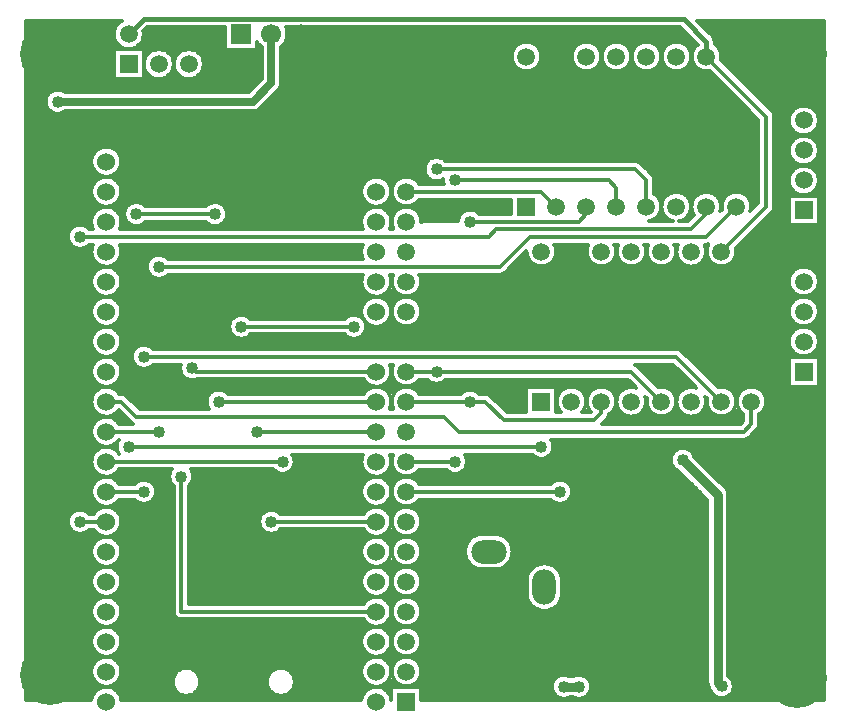
<source format=gbr>
G04 DipTrace 3.3.0.0*
G04 Bottom.gbr*
%MOIN*%
G04 #@! TF.FileFunction,Copper,L2,Bot*
G04 #@! TF.Part,Single*
G04 #@! TA.AperFunction,Conductor*
%ADD14C,0.012*%
G04 #@! TA.AperFunction,CopperBalancing*
%ADD15C,0.013*%
G04 #@! TA.AperFunction,Conductor*
%ADD16C,0.015*%
G04 #@! TA.AperFunction,ViaPad*
%ADD17C,0.03*%
G04 #@! TA.AperFunction,Conductor*
%ADD18C,0.025*%
G04 #@! TA.AperFunction,ComponentPad*
%ADD27R,0.059X0.059*%
%ADD28C,0.059*%
%ADD31R,0.059055X0.059055*%
%ADD32C,0.059055*%
%ADD33R,0.066929X0.066929*%
%ADD34C,0.066929*%
%ADD35O,0.11811X0.07874*%
%ADD36O,0.07874X0.11811*%
%ADD42C,0.2*%
%ADD48C,0.06*%
G04 #@! TA.AperFunction,ViaPad*
%ADD49C,0.04*%
%FSLAX26Y26*%
G04*
G70*
G90*
G75*
G01*
G04 Bottom*
%LPD*%
X1081516Y2069016D2*
D14*
X819016D1*
X2719016Y2594016D2*
D15*
X2919016Y2394016D1*
Y2094016D1*
X2769016Y1944016D1*
X2719016Y2594016D2*
D16*
Y2644016D1*
X2644016Y2719016D1*
X844016D1*
X794016Y2669016D1*
X2770016Y495016D2*
D17*
X2757570Y507462D1*
Y1132307D1*
X2640570Y1249307D1*
X2244016Y494016D2*
X2294016D1*
X1269016Y2669016D2*
D18*
Y2506516D1*
X1206516Y2444016D1*
X556516D1*
X2719016Y2094016D2*
D15*
Y2069016D1*
X2669016Y2019016D1*
X2019016D1*
X1994016Y1994016D1*
X631516D1*
Y1044016D2*
X719016D1*
Y1344016D2*
X894016D1*
Y1894016D2*
X2031516D1*
X2131516Y1994016D1*
X2719016D1*
X2819016Y2094016D1*
X1221709Y1341323D2*
D14*
X1224402Y1344016D1*
X1619016D1*
X1719016Y1144016D2*
D15*
X2231516D1*
X1094016Y1444016D2*
D14*
X1619016D1*
X1719016D2*
D15*
X1931516D1*
X1981516D1*
X2044016Y1381516D1*
X2344016D1*
X2369016Y1406516D1*
Y1444016D1*
X2319016Y2094016D2*
Y2069016D1*
X2294016Y2044016D1*
X1931516D1*
X1169016Y1694016D2*
D14*
X1544016D1*
X1719016Y2144016D2*
D15*
X2169016D1*
X2219016Y2094016D1*
X719016Y1144016D2*
X844016D1*
Y1594016D2*
X2619016D1*
X2769016Y1444016D1*
X719016D2*
X769016D1*
X819016Y1394016D1*
X1844016D1*
X1894016Y1344016D1*
X2844016D1*
X2869016Y1369016D1*
Y1444016D1*
X1005173Y1555173D2*
D14*
X1016331Y1544016D1*
X1619016D1*
X1719016D2*
D15*
X1819650D1*
X2469016D1*
X2569016Y1444016D1*
X2519016Y2094016D2*
Y2181516D1*
X2481516Y2219016D1*
X1819650D1*
X2419016Y2094016D2*
Y2156516D1*
X2394016Y2181516D1*
X1881516D1*
Y1244016D2*
X1719016D1*
X1306516D2*
D14*
X719016D1*
X1619016Y744016D2*
X969016D1*
Y1194016D1*
X1269016Y1044016D2*
X1519016D1*
X1619016D1*
X2169016Y1294016D2*
D15*
X794016D1*
D49*
X1081516Y2069016D3*
X819016D3*
X556516Y2444016D3*
X631516Y1994016D3*
Y1044016D3*
X894016Y1344016D3*
Y1894016D3*
X1221709Y1341323D3*
X2231516Y1144016D3*
X1094016Y1444016D3*
X1931516Y2044016D3*
Y1444016D3*
X1169016Y1694016D3*
X1544016D3*
X844016Y1144016D3*
Y1594016D3*
X1005173Y1555173D3*
X1819650Y2219016D3*
Y1544016D3*
X1881516Y2181516D3*
Y1244016D3*
X1306516D3*
X969016Y1194016D3*
X1269016Y1044016D3*
X2169016Y1294016D3*
X794016D3*
X881516Y2294016D3*
X1156516D3*
X869016Y619016D3*
X1444016D3*
X869016Y844016D3*
X1444016D3*
X1044016Y869016D3*
D17*
X2562570Y950307D3*
X2536570D3*
X2510570D3*
X2562570Y989307D3*
X2536570D3*
X2510570D3*
X2562570Y1028307D3*
X2536570D3*
X2510570D3*
X2315016Y599016D3*
Y638016D3*
D49*
X2640570Y1249307D3*
X2770016Y495016D3*
X2294016Y494016D3*
X2244016D3*
X2419016Y2306516D3*
X2369016Y1644016D3*
X2312766Y2306516D3*
X2362765D3*
X2419016Y1644016D3*
X2469016D3*
X451816Y2699647D2*
D15*
X753764D1*
X2703596D2*
X3111207D1*
X451816Y2686778D2*
X746451D1*
X851984D2*
X1114235D1*
X1320772D2*
X2636021D1*
X2716469D2*
X3111207D1*
X451816Y2673909D2*
X743404D1*
X844622D2*
X1114235D1*
X1323564D2*
X2648895D1*
X2729343D2*
X3111207D1*
X451816Y2661041D2*
X743811D1*
X844215D2*
X1114235D1*
X1323209D2*
X2661768D1*
X2741936D2*
X3111207D1*
X451816Y2648172D2*
X747772D1*
X840255D2*
X1114235D1*
X1319579D2*
X2674640D1*
X2747522D2*
X3111207D1*
X451816Y2635303D2*
X756404D1*
X831622D2*
X1114235D1*
X1311835D2*
X2090377D1*
X2147668D2*
X2290379D1*
X2347671D2*
X2390367D1*
X2447659D2*
X2490381D1*
X2547647D2*
X2590369D1*
X2647660D2*
X2687513D1*
X2747827D2*
X3111207D1*
X451816Y2622434D2*
X775828D1*
X812198D2*
X1114235D1*
X1223804D2*
X1235196D1*
X1302846D2*
X2077173D1*
X2160871D2*
X2277151D1*
X2360874D2*
X2377164D1*
X2460862D2*
X2477152D1*
X2560875D2*
X2577165D1*
X2660864D2*
X2677155D1*
X2760877D2*
X3111207D1*
X451816Y2609566D2*
X743176D1*
X844875D2*
X864239D1*
X923790D2*
X964252D1*
X1023778D2*
X1235196D1*
X1302846D2*
X2070699D1*
X2167320D2*
X2270701D1*
X2767327D2*
X3111207D1*
X451816Y2596697D2*
X743176D1*
X844875D2*
X851614D1*
X936408D2*
X951633D1*
X1036423D2*
X1235196D1*
X1302846D2*
X2068261D1*
X2169759D2*
X2268264D1*
X2769764D2*
X3111207D1*
X451816Y2583828D2*
X743176D1*
X1042592D2*
X1235196D1*
X1302846D2*
X2069252D1*
X2168768D2*
X2269253D1*
X2768774D2*
X3111207D1*
X451816Y2570959D2*
X743176D1*
X1044827D2*
X1235196D1*
X1302846D2*
X2073899D1*
X2164147D2*
X2273900D1*
X2364148D2*
X2373888D1*
X2464136D2*
X2473903D1*
X2564151D2*
X2573891D1*
X2664139D2*
X2673879D1*
X2780885D2*
X3111207D1*
X451816Y2558091D2*
X743176D1*
X1043633D2*
X1235196D1*
X1302846D2*
X2083623D1*
X2154396D2*
X2283625D1*
X2354399D2*
X2383639D1*
X2454387D2*
X2483627D1*
X2554400D2*
X2583640D1*
X2654388D2*
X2683629D1*
X2793759D2*
X3111207D1*
X451816Y2545222D2*
X743176D1*
X938770D2*
X949245D1*
X1038783D2*
X1235196D1*
X1302846D2*
X2109268D1*
X2128752D2*
X2309269D1*
X2328755D2*
X2409257D1*
X2428768D2*
X2509272D1*
X2528756D2*
X2609260D1*
X2628770D2*
X2709273D1*
X2806606D2*
X3111207D1*
X451816Y2532353D2*
X743176D1*
X844875D2*
X859388D1*
X928639D2*
X959377D1*
X1028652D2*
X1235196D1*
X1302846D2*
X2741875D1*
X2819479D2*
X3111207D1*
X451816Y2519484D2*
X743176D1*
X844875D2*
X1234688D1*
X1302846D2*
X2754748D1*
X2832352D2*
X3111207D1*
X451816Y2506615D2*
X1221815D1*
X1302846D2*
X2767621D1*
X2845224D2*
X3111207D1*
X451816Y2493747D2*
X1208967D1*
X1300231D2*
X2780469D1*
X2858098D2*
X3111207D1*
X451816Y2480878D2*
X539644D1*
X573399D2*
X1196093D1*
X1290659D2*
X2793341D1*
X2870971D2*
X3111207D1*
X451816Y2468009D2*
X523192D1*
X1277811D2*
X2806215D1*
X2883819D2*
X3111207D1*
X451816Y2455140D2*
X516768D1*
X1264938D2*
X2819088D1*
X2896692D2*
X3111207D1*
X451816Y2442272D2*
X515244D1*
X1252064D2*
X2831961D1*
X2909564D2*
X3111207D1*
X451816Y2429403D2*
X517961D1*
X1239192D2*
X2844833D1*
X2922438D2*
X3030008D1*
X3058024D2*
X3111207D1*
X451816Y2416534D2*
X526112D1*
X1225202D2*
X2857681D1*
X2935311D2*
X3007664D1*
X3080367D2*
X3111207D1*
X451816Y2403665D2*
X2870555D1*
X2945010D2*
X2998396D1*
X3089635D2*
X3111207D1*
X451816Y2390797D2*
X2883428D1*
X2946839D2*
X2994055D1*
X3093976D2*
X3111207D1*
X451816Y2377928D2*
X2891197D1*
X2946839D2*
X2993293D1*
X3094739D2*
X3111207D1*
X451816Y2365059D2*
X2891197D1*
X2946839D2*
X2995984D1*
X3092047D2*
X3111207D1*
X451816Y2352190D2*
X2891197D1*
X2946839D2*
X3002789D1*
X3085243D2*
X3111207D1*
X451816Y2339322D2*
X2891197D1*
X2946839D2*
X3016753D1*
X3071278D2*
X3111207D1*
X451816Y2326453D2*
X2891197D1*
X2946839D2*
X3021832D1*
X3066199D2*
X3111207D1*
X451816Y2313584D2*
X2891197D1*
X2946839D2*
X3004948D1*
X3083084D2*
X3111207D1*
X451816Y2300715D2*
X2891197D1*
X2946839D2*
X2997051D1*
X3090980D2*
X3111207D1*
X451816Y2287846D2*
X693613D1*
X744404D2*
X2891197D1*
X2946839D2*
X2993572D1*
X3094459D2*
X3111207D1*
X451816Y2274978D2*
X678429D1*
X759614D2*
X2891197D1*
X2946839D2*
X2993597D1*
X3094434D2*
X3111207D1*
X451816Y2262109D2*
X671092D1*
X766951D2*
X2891197D1*
X2946839D2*
X2997127D1*
X3090904D2*
X3111207D1*
X451816Y2249240D2*
X667969D1*
X770075D2*
X1792113D1*
X1847171D2*
X2891197D1*
X2946839D2*
X3005125D1*
X3082907D2*
X3111207D1*
X451816Y2236371D2*
X668273D1*
X769744D2*
X1782287D1*
X2502959D2*
X2891197D1*
X2946839D2*
X3022289D1*
X3065743D2*
X3111207D1*
X451816Y2223503D2*
X672108D1*
X765936D2*
X1778580D1*
X2515832D2*
X2891197D1*
X2946839D2*
X3016399D1*
X3071633D2*
X3111207D1*
X451816Y2210634D2*
X680461D1*
X757556D2*
X1779215D1*
X2528706D2*
X2891197D1*
X2946839D2*
X3002636D1*
X3085395D2*
X3111207D1*
X451816Y2197765D2*
X698665D1*
X739377D2*
X1784445D1*
X2541274D2*
X2891197D1*
X2946839D2*
X2995908D1*
X3092123D2*
X3111207D1*
X451816Y2184896D2*
X688891D1*
X749127D2*
X1588887D1*
X1649148D2*
X1689713D1*
X1748299D2*
X1797445D1*
X2546631D2*
X2891197D1*
X2946839D2*
X2993293D1*
X3094739D2*
X3111207D1*
X451816Y2172028D2*
X676272D1*
X761747D2*
X1576268D1*
X1661768D2*
X1676840D1*
X1761198D2*
X1841345D1*
X2546835D2*
X2891197D1*
X2946839D2*
X2994080D1*
X3093951D2*
X3111207D1*
X451816Y2159159D2*
X670051D1*
X767992D2*
X1570047D1*
X2546835D2*
X2891197D1*
X2946839D2*
X2998497D1*
X3089534D2*
X3111207D1*
X451816Y2146290D2*
X667740D1*
X770278D2*
X1567736D1*
X2546835D2*
X2891197D1*
X2946839D2*
X3007867D1*
X3080164D2*
X3111207D1*
X451816Y2133421D2*
X668832D1*
X769211D2*
X1568828D1*
X2550312D2*
X2587728D1*
X2650301D2*
X2687717D1*
X2750315D2*
X2787731D1*
X2850303D2*
X2891197D1*
X2946839D2*
X3030795D1*
X3057236D2*
X3111207D1*
X451816Y2120552D2*
X673529D1*
X764488D2*
X1573551D1*
X1664484D2*
X1674072D1*
X2562119D2*
X2575896D1*
X2662133D2*
X2675909D1*
X2762122D2*
X2775899D1*
X2862135D2*
X2891197D1*
X2946839D2*
X2993165D1*
X3094866D2*
X3111207D1*
X451816Y2107684D2*
X683329D1*
X754688D2*
X807413D1*
X830631D2*
X1069903D1*
X1093119D2*
X1583325D1*
X1654684D2*
X1684025D1*
X1754012D2*
X2068185D1*
X2867924D2*
X2891197D1*
X2946839D2*
X2993165D1*
X3094866D2*
X3111207D1*
X451816Y2094815D2*
X708696D1*
X729323D2*
X787127D1*
X1113407D2*
X1608692D1*
X1629344D2*
X1711853D1*
X1726159D2*
X2068185D1*
X2869828D2*
X2881016D1*
X2946839D2*
X2993165D1*
X3094866D2*
X3111207D1*
X451816Y2081946D2*
X685108D1*
X752936D2*
X779840D1*
X1120694D2*
X1585104D1*
X1652932D2*
X1685828D1*
X1752184D2*
X1917441D1*
X1945584D2*
X2068185D1*
X2943919D2*
X2993165D1*
X3094866D2*
X3111207D1*
X451816Y2069077D2*
X674417D1*
X763600D2*
X777707D1*
X1122827D2*
X1574440D1*
X1663596D2*
X1674987D1*
X1763051D2*
X1899008D1*
X2563110D2*
X2574932D1*
X2663098D2*
X2674945D1*
X2932874D2*
X2993165D1*
X3094866D2*
X3111207D1*
X451816Y2056209D2*
X669213D1*
X768831D2*
X779789D1*
X1120719D2*
X1569209D1*
X1768332D2*
X1892101D1*
X2552293D2*
X2585723D1*
X2652307D2*
X2667404D1*
X2920026D2*
X2993165D1*
X3094866D2*
X3111207D1*
X451816Y2043340D2*
X667689D1*
X770328D2*
X787025D1*
X1113508D2*
X1567711D1*
X2907152D2*
X2993165D1*
X3094866D2*
X3111207D1*
X451816Y2030471D2*
X613709D1*
X649316D2*
X669568D1*
X768475D2*
X806957D1*
X831088D2*
X1069445D1*
X1093576D2*
X1569564D1*
X2894280D2*
X3111207D1*
X451816Y2017602D2*
X597891D1*
X2881407D2*
X3111207D1*
X451816Y2004734D2*
X591669D1*
X2868534D2*
X3111207D1*
X451816Y1991865D2*
X590248D1*
X2855660D2*
X3111207D1*
X451816Y1978996D2*
X593117D1*
X2842812D2*
X3111207D1*
X451816Y1966127D2*
X601521D1*
X661530D2*
X672844D1*
X765175D2*
X1572840D1*
X2214623D2*
X2323412D1*
X2414625D2*
X2423400D1*
X2514614D2*
X2523413D1*
X2614627D2*
X2623403D1*
X2714615D2*
X2723429D1*
X2829940D2*
X3111207D1*
X451816Y1953259D2*
X668552D1*
X769465D2*
X1568549D1*
X2218965D2*
X2319071D1*
X2818971D2*
X3111207D1*
X451816Y1940390D2*
X667816D1*
X770202D2*
X1567837D1*
X2219702D2*
X2318333D1*
X2819707D2*
X3111207D1*
X451816Y1927521D2*
X670483D1*
X767535D2*
X870840D1*
X917213D2*
X1570504D1*
X2103819D2*
X2121024D1*
X2217010D2*
X2321025D1*
X2817016D2*
X3111207D1*
X451816Y1914652D2*
X677211D1*
X760807D2*
X858424D1*
X2090946D2*
X2127853D1*
X2210180D2*
X2327829D1*
X2410182D2*
X2427844D1*
X2510196D2*
X2527832D1*
X2610184D2*
X2627845D1*
X2710198D2*
X2727833D1*
X2810186D2*
X3111207D1*
X451816Y1901783D2*
X690921D1*
X747122D2*
X853448D1*
X2078098D2*
X2141869D1*
X2196164D2*
X2341845D1*
X2396167D2*
X2441860D1*
X2496180D2*
X2541848D1*
X2596168D2*
X2641861D1*
X2696182D2*
X2741849D1*
X2796171D2*
X3111207D1*
X451816Y1888915D2*
X695669D1*
X742374D2*
X853016D1*
X2065224D2*
X3021756D1*
X3066276D2*
X3111207D1*
X451816Y1876046D2*
X679293D1*
X758724D2*
X856951D1*
X2052352D2*
X3004921D1*
X3083110D2*
X3111207D1*
X451816Y1863177D2*
X671524D1*
X766520D2*
X867209D1*
X920819D2*
X1571520D1*
X1765996D2*
X2997025D1*
X3091007D2*
X3111207D1*
X451816Y1850308D2*
X668096D1*
X769948D2*
X1568092D1*
X1769450D2*
X2993572D1*
X3094459D2*
X3111207D1*
X451816Y1837440D2*
X668121D1*
X769896D2*
X1568143D1*
X1769424D2*
X2993597D1*
X3094434D2*
X3111207D1*
X451816Y1824571D2*
X671625D1*
X766392D2*
X1571621D1*
X1765895D2*
X2997152D1*
X3090879D2*
X3111207D1*
X451816Y1811702D2*
X679547D1*
X758496D2*
X1579543D1*
X1658492D2*
X1680165D1*
X1757871D2*
X3005151D1*
X3082881D2*
X3111207D1*
X451816Y1798833D2*
X696253D1*
X741764D2*
X1596249D1*
X1641786D2*
X1697381D1*
X1740656D2*
X3022391D1*
X3065640D2*
X3111207D1*
X451816Y1785965D2*
X690465D1*
X747552D2*
X1590461D1*
X1647549D2*
X1691337D1*
X1746675D2*
X3016348D1*
X3071684D2*
X3111207D1*
X451816Y1773096D2*
X677008D1*
X761010D2*
X1577029D1*
X1661007D2*
X1677601D1*
X1760436D2*
X3002612D1*
X3085420D2*
X3111207D1*
X451816Y1760227D2*
X670407D1*
X767636D2*
X1570403D1*
X1767139D2*
X2995883D1*
X3092148D2*
X3111207D1*
X451816Y1747358D2*
X667816D1*
X770227D2*
X1567812D1*
X1769755D2*
X2993293D1*
X3094739D2*
X3111207D1*
X451816Y1734490D2*
X668604D1*
X769415D2*
X1568600D1*
X1768942D2*
X2994080D1*
X3093951D2*
X3111207D1*
X451816Y1721621D2*
X672996D1*
X765047D2*
X1138736D1*
X1199303D2*
X1513731D1*
X1665043D2*
X1673513D1*
X1764524D2*
X2998524D1*
X3089508D2*
X3111207D1*
X451816Y1708752D2*
X682239D1*
X755780D2*
X1130509D1*
X1655801D2*
X1682908D1*
X1755129D2*
X3007917D1*
X3080114D2*
X3111207D1*
X451816Y1695883D2*
X704100D1*
X733919D2*
X1127741D1*
X1585291D2*
X1604096D1*
X1633915D2*
X1705963D1*
X1732075D2*
X3030948D1*
X3057084D2*
X3111207D1*
X451816Y1683014D2*
X686403D1*
X751640D2*
X1129240D1*
X1583793D2*
X3012157D1*
X3075874D2*
X3111207D1*
X451816Y1670146D2*
X675052D1*
X762965D2*
X1135588D1*
X1577446D2*
X3000631D1*
X3087400D2*
X3111207D1*
X451816Y1657277D2*
X669492D1*
X768551D2*
X1151837D1*
X1186176D2*
X1526857D1*
X1561196D2*
X2994969D1*
X3093063D2*
X3111207D1*
X451816Y1644408D2*
X667689D1*
X770328D2*
X2993165D1*
X3094866D2*
X3111207D1*
X451816Y1631539D2*
X669289D1*
X768755D2*
X828793D1*
X859220D2*
X2994765D1*
X3093266D2*
X3111207D1*
X451816Y1618671D2*
X674596D1*
X763448D2*
X811197D1*
X2630091D2*
X3000148D1*
X3087883D2*
X3111207D1*
X451816Y1605802D2*
X685437D1*
X752580D2*
X804469D1*
X2646035D2*
X3011168D1*
X3076864D2*
X3111207D1*
X451816Y1592933D2*
X707273D1*
X730770D2*
X802717D1*
X2658908D2*
X2993165D1*
X3094866D2*
X3111207D1*
X451816Y1580064D2*
X683051D1*
X754992D2*
X805205D1*
X2671782D2*
X2993165D1*
X3094866D2*
X3111207D1*
X451816Y1567196D2*
X673403D1*
X764640D2*
X813000D1*
X875014D2*
X965699D1*
X1664636D2*
X1673920D1*
X2483206D2*
X2607025D1*
X2684629D2*
X2993165D1*
X3094866D2*
X3111207D1*
X451816Y1554327D2*
X668781D1*
X769262D2*
X837577D1*
X850461D2*
X963871D1*
X2497500D2*
X2619899D1*
X2697503D2*
X2993165D1*
X3094866D2*
X3111207D1*
X451816Y1541458D2*
X667765D1*
X770278D2*
X966283D1*
X2510374D2*
X2632772D1*
X2710375D2*
X2993165D1*
X3094866D2*
X3111207D1*
X451816Y1528589D2*
X670127D1*
X767891D2*
X973951D1*
X2523247D2*
X2645644D1*
X2723248D2*
X2993165D1*
X3094866D2*
X3111207D1*
X451816Y1515720D2*
X676475D1*
X761568D2*
X997157D1*
X1013190D2*
X1576471D1*
X1661564D2*
X1677043D1*
X1760995D2*
X1790056D1*
X1849252D2*
X2458516D1*
X2536119D2*
X2658517D1*
X2736122D2*
X2993165D1*
X3094866D2*
X3111207D1*
X451816Y1502852D2*
X689297D1*
X748720D2*
X1589293D1*
X1648743D2*
X1690144D1*
X1747892D2*
X2471364D1*
X2548992D2*
X2671365D1*
X2748995D2*
X2993165D1*
X3094866D2*
X3111207D1*
X451816Y1489983D2*
X697980D1*
X740038D2*
X1598001D1*
X1640034D2*
X1699235D1*
X1738803D2*
X2118205D1*
X2219828D2*
X2249297D1*
X2288739D2*
X2349285D1*
X2388727D2*
X2449299D1*
X2588728D2*
X2649301D1*
X2788731D2*
X2849303D1*
X2888744D2*
X3111207D1*
X451816Y1477114D2*
X680207D1*
X757811D2*
X1070207D1*
X1117824D2*
X1580203D1*
X1657807D2*
X1680852D1*
X1757186D2*
X1907717D1*
X1955308D2*
X2118205D1*
X2219828D2*
X2230888D1*
X2307147D2*
X2330877D1*
X2407160D2*
X2430891D1*
X2607136D2*
X2630892D1*
X2807139D2*
X2830895D1*
X2907152D2*
X3111207D1*
X451816Y1464245D2*
X671980D1*
X787467D2*
X1058197D1*
X1999971D2*
X2118205D1*
X2315526D2*
X2322524D1*
X2415514D2*
X2422501D1*
X2615516D2*
X2622513D1*
X2815518D2*
X2822516D1*
X2915507D2*
X3111207D1*
X451816Y1451377D2*
X668248D1*
X800467D2*
X1053373D1*
X2012971D2*
X2118205D1*
X2919290D2*
X3111207D1*
X451816Y1438508D2*
X667993D1*
X813340D2*
X1053068D1*
X2025819D2*
X2118205D1*
X2919518D2*
X3111207D1*
X451816Y1425639D2*
X671193D1*
X826188D2*
X1057156D1*
X2038692D2*
X2118205D1*
X2916293D2*
X3111207D1*
X451816Y1412770D2*
X678657D1*
X2051564D2*
X2118205D1*
X2219828D2*
X2229277D1*
X2308747D2*
X2329303D1*
X2408735D2*
X2429291D1*
X2508723D2*
X2529304D1*
X2608736D2*
X2629293D1*
X2708724D2*
X2729307D1*
X2808739D2*
X2829295D1*
X2908727D2*
X3111207D1*
X451816Y1399902D2*
X694147D1*
X743896D2*
X774329D1*
X2395988D2*
X2445211D1*
X2492803D2*
X2545224D1*
X2592816D2*
X2645213D1*
X2692804D2*
X2745227D1*
X2792819D2*
X2841203D1*
X2896844D2*
X3111207D1*
X451816Y1387033D2*
X692192D1*
X745852D2*
X787203D1*
X2388346D2*
X2841203D1*
X2896844D2*
X3111207D1*
X451816Y1374164D2*
X677795D1*
X760223D2*
X800127D1*
X2375472D2*
X2835364D1*
X2896844D2*
X3111207D1*
X451816Y1361295D2*
X670787D1*
X2895676D2*
X3111207D1*
X451816Y1348427D2*
X667892D1*
X2887220D2*
X3111207D1*
X451816Y1335558D2*
X668425D1*
X2874374D2*
X3111207D1*
X451816Y1322689D2*
X672463D1*
X2861068D2*
X3111207D1*
X451816Y1309820D2*
X681223D1*
X2207083D2*
X3111207D1*
X451816Y1296951D2*
X700773D1*
X737244D2*
X752799D1*
X2210231D2*
X3111207D1*
X451816Y1284083D2*
X687773D1*
X2209088D2*
X2619467D1*
X2661676D2*
X3111207D1*
X451816Y1271214D2*
X675739D1*
X2203198D2*
X2605781D1*
X2675362D2*
X3111207D1*
X451816Y1258345D2*
X669797D1*
X1345172D2*
X1569793D1*
X1920194D2*
X2149563D1*
X2188471D2*
X2600272D1*
X2682370D2*
X3111207D1*
X451816Y1245476D2*
X667715D1*
X1347812D2*
X1567711D1*
X1922808D2*
X2599433D1*
X2695217D2*
X3111207D1*
X451816Y1232608D2*
X669009D1*
X1346188D2*
X1569005D1*
X1921184D2*
X2602912D1*
X2708091D2*
X3111207D1*
X451816Y1219739D2*
X673987D1*
X1339636D2*
X1573983D1*
X1664052D2*
X1674529D1*
X1914633D2*
X2612307D1*
X2720963D2*
X3111207D1*
X451816Y1206870D2*
X684219D1*
X753824D2*
X929823D1*
X1008213D2*
X1290319D1*
X1322702D2*
X1584215D1*
X1653820D2*
X1684913D1*
X1753098D2*
X1865315D1*
X1897698D2*
X2632188D1*
X2733836D2*
X3111207D1*
X451816Y1194001D2*
X927689D1*
X1010346D2*
X1615852D1*
X1622169D2*
X2645060D1*
X2746709D2*
X3111207D1*
X451816Y1181133D2*
X684193D1*
X753850D2*
X827752D1*
X860287D2*
X929823D1*
X1008213D2*
X1584189D1*
X1653846D2*
X1684888D1*
X1753148D2*
X2215248D1*
X2247783D2*
X2657908D1*
X2759583D2*
X3111207D1*
X451816Y1168264D2*
X673961D1*
X877147D2*
X937084D1*
X1000951D2*
X1573957D1*
X1664052D2*
X1674504D1*
X2264643D2*
X2670781D1*
X2772430D2*
X3111207D1*
X451816Y1155395D2*
X669009D1*
X883672D2*
X941705D1*
X996331D2*
X1569005D1*
X2271194D2*
X2683655D1*
X2785202D2*
X3111207D1*
X451816Y1142526D2*
X667715D1*
X885297D2*
X941705D1*
X996331D2*
X1567711D1*
X2272819D2*
X2696528D1*
X2792362D2*
X3111207D1*
X451816Y1129657D2*
X669797D1*
X882682D2*
X941705D1*
X996331D2*
X1569793D1*
X2270178D2*
X2709400D1*
X2793885D2*
X3111207D1*
X451816Y1116789D2*
X675764D1*
X762280D2*
X813381D1*
X874659D2*
X941705D1*
X996331D2*
X1575760D1*
X1662276D2*
X1676332D1*
X1761706D2*
X2200877D1*
X2262155D2*
X2721257D1*
X2793885D2*
X3111207D1*
X451816Y1103920D2*
X687799D1*
X750219D2*
X941705D1*
X996331D2*
X1587820D1*
X1650215D2*
X1688596D1*
X1749416D2*
X2721257D1*
X2793885D2*
X3111207D1*
X451816Y1091051D2*
X700697D1*
X737346D2*
X941705D1*
X996331D2*
X1600693D1*
X1637343D2*
X1702129D1*
X1735883D2*
X2721257D1*
X2793885D2*
X3111207D1*
X451816Y1078182D2*
X609367D1*
X653659D2*
X681172D1*
X756846D2*
X941705D1*
X996331D2*
X1246875D1*
X1291167D2*
X1581193D1*
X1656843D2*
X1681841D1*
X1756196D2*
X2721257D1*
X2793885D2*
X3111207D1*
X451816Y1065314D2*
X596341D1*
X765580D2*
X941705D1*
X996331D2*
X1233824D1*
X1665576D2*
X1672980D1*
X1765056D2*
X2721257D1*
X2793885D2*
X3111207D1*
X451816Y1052445D2*
X591085D1*
X769618D2*
X941705D1*
X996331D2*
X1228593D1*
X1769144D2*
X2721257D1*
X2793885D2*
X3111207D1*
X451816Y1039576D2*
X590451D1*
X770151D2*
X941705D1*
X996331D2*
X1227933D1*
X1769652D2*
X2721257D1*
X2793885D2*
X3111207D1*
X451816Y1026707D2*
X594133D1*
X767256D2*
X941705D1*
X996331D2*
X1231640D1*
X1766732D2*
X2721257D1*
X2793885D2*
X3111207D1*
X451816Y1013839D2*
X603933D1*
X659092D2*
X677820D1*
X760198D2*
X941705D1*
X996331D2*
X1241441D1*
X1296600D2*
X1577816D1*
X1660219D2*
X1678413D1*
X1759623D2*
X2721257D1*
X2793885D2*
X3111207D1*
X451816Y1000970D2*
X692241D1*
X745801D2*
X941705D1*
X996331D2*
X1592239D1*
X1645797D2*
X1693192D1*
X1744846D2*
X1956188D1*
X2031836D2*
X2721257D1*
X2793885D2*
X3111207D1*
X451816Y988101D2*
X694096D1*
X743948D2*
X941705D1*
X996331D2*
X1594092D1*
X1643944D2*
X1695096D1*
X1742942D2*
X1933235D1*
X2054790D2*
X2721257D1*
X2793885D2*
X3111207D1*
X451816Y975232D2*
X678633D1*
X759411D2*
X941705D1*
X996331D2*
X1578629D1*
X1659407D2*
X1679227D1*
X1758786D2*
X1922493D1*
X2065530D2*
X2721257D1*
X2793885D2*
X3111207D1*
X451816Y962364D2*
X671193D1*
X766850D2*
X941705D1*
X996331D2*
X1571189D1*
X1766352D2*
X1916552D1*
X2071496D2*
X2721257D1*
X2793885D2*
X3111207D1*
X451816Y949495D2*
X667993D1*
X770024D2*
X941705D1*
X996331D2*
X1567991D1*
X1769551D2*
X1913887D1*
X2074136D2*
X2721257D1*
X2793885D2*
X3111207D1*
X451816Y936626D2*
X668248D1*
X769795D2*
X941705D1*
X996331D2*
X1568244D1*
X1769297D2*
X1914089D1*
X2073934D2*
X2721257D1*
X2793885D2*
X3111207D1*
X451816Y923757D2*
X671980D1*
X766038D2*
X941705D1*
X996331D2*
X1571976D1*
X1765539D2*
X1917213D1*
X2070836D2*
X2721257D1*
X2793885D2*
X3111207D1*
X451816Y910888D2*
X680232D1*
X757786D2*
X941705D1*
X996331D2*
X1580228D1*
X1657782D2*
X1680877D1*
X1757160D2*
X1923739D1*
X2064286D2*
X2721257D1*
X2793885D2*
X3111207D1*
X451816Y898020D2*
X698056D1*
X739961D2*
X941705D1*
X996331D2*
X1598052D1*
X1639983D2*
X1699285D1*
X1738727D2*
X1935469D1*
X2052580D2*
X2149867D1*
X2208251D2*
X2721257D1*
X2793885D2*
X3111207D1*
X451816Y885151D2*
X689245D1*
X748772D2*
X941705D1*
X996331D2*
X1589268D1*
X1648768D2*
X1690093D1*
X1747944D2*
X1965151D1*
X2022874D2*
X2133465D1*
X2224652D2*
X2721257D1*
X2793885D2*
X3111207D1*
X451816Y872282D2*
X676449D1*
X761594D2*
X941705D1*
X996331D2*
X1576445D1*
X1661591D2*
X1677017D1*
X1761020D2*
X2124705D1*
X2233412D2*
X2721257D1*
X2793885D2*
X3111207D1*
X451816Y859413D2*
X670127D1*
X767916D2*
X941705D1*
X996331D2*
X1570123D1*
X1767419D2*
X2120008D1*
X2238110D2*
X2721257D1*
X2793885D2*
X3111207D1*
X451816Y846545D2*
X667765D1*
X770278D2*
X941705D1*
X996331D2*
X1567761D1*
X1769804D2*
X2118383D1*
X2239735D2*
X2721257D1*
X2793885D2*
X3111207D1*
X451816Y833676D2*
X668781D1*
X769262D2*
X941705D1*
X996331D2*
X1568777D1*
X1768764D2*
X2118357D1*
X2239735D2*
X2721257D1*
X2793885D2*
X3111207D1*
X451816Y820807D2*
X673403D1*
X764615D2*
X941705D1*
X996331D2*
X1573399D1*
X1664636D2*
X1673945D1*
X1764092D2*
X2118357D1*
X2239735D2*
X2721257D1*
X2793885D2*
X3111207D1*
X451816Y807938D2*
X683076D1*
X754967D2*
X941705D1*
X996331D2*
X1583072D1*
X1654963D2*
X1683745D1*
X1754266D2*
X2118357D1*
X2239735D2*
X2721257D1*
X2793885D2*
X3111207D1*
X451816Y795070D2*
X707400D1*
X730618D2*
X941705D1*
X996331D2*
X1607396D1*
X1630614D2*
X1710025D1*
X1728012D2*
X2119424D1*
X2238694D2*
X2721257D1*
X2793885D2*
X3111207D1*
X451816Y782201D2*
X685412D1*
X752631D2*
X941705D1*
X996331D2*
X1585408D1*
X1652627D2*
X1686133D1*
X1751879D2*
X2123436D1*
X2234682D2*
X2721257D1*
X2793885D2*
X3111207D1*
X451816Y769332D2*
X674571D1*
X763448D2*
X941705D1*
X1663444D2*
X1675113D1*
X1762899D2*
X2131205D1*
X2226912D2*
X2721257D1*
X2793885D2*
X3111207D1*
X451816Y756463D2*
X669264D1*
X768755D2*
X941705D1*
X1768282D2*
X2145323D1*
X2212770D2*
X2721257D1*
X2793885D2*
X3111207D1*
X451816Y743594D2*
X667689D1*
X770328D2*
X941705D1*
X1769856D2*
X2721257D1*
X2793885D2*
X3111207D1*
X451816Y730726D2*
X669492D1*
X768526D2*
X945336D1*
X1768052D2*
X2721257D1*
X2793885D2*
X3111207D1*
X451816Y717857D2*
X675077D1*
X762940D2*
X1575073D1*
X1662961D2*
X1675647D1*
X1762391D2*
X2721257D1*
X2793885D2*
X3111207D1*
X451816Y704988D2*
X686428D1*
X751591D2*
X1586424D1*
X1651612D2*
X1687199D1*
X1750839D2*
X2721257D1*
X2793885D2*
X3111207D1*
X451816Y692119D2*
X703997D1*
X734020D2*
X1603993D1*
X1634016D2*
X1705836D1*
X1732202D2*
X2721257D1*
X2793885D2*
X3111207D1*
X451816Y679251D2*
X682213D1*
X755831D2*
X1582209D1*
X1655827D2*
X1682883D1*
X1755155D2*
X2721257D1*
X2793885D2*
X3111207D1*
X451816Y666382D2*
X672971D1*
X765047D2*
X1572967D1*
X1665068D2*
X1673513D1*
X1764524D2*
X2721257D1*
X2793885D2*
X3111207D1*
X451816Y653513D2*
X668604D1*
X769415D2*
X1568600D1*
X1768942D2*
X2721257D1*
X2793885D2*
X3111207D1*
X451816Y640644D2*
X667816D1*
X770227D2*
X1567812D1*
X1769755D2*
X2721257D1*
X2793885D2*
X3111207D1*
X451816Y627776D2*
X670407D1*
X767636D2*
X1570403D1*
X1767114D2*
X2721257D1*
X2793885D2*
X3111207D1*
X451816Y614907D2*
X677033D1*
X760984D2*
X1577029D1*
X1660980D2*
X1677627D1*
X1760411D2*
X2721257D1*
X2793885D2*
X3111207D1*
X451816Y602038D2*
X690516D1*
X747528D2*
X1590512D1*
X1647524D2*
X1691388D1*
X1746648D2*
X2721257D1*
X2793885D2*
X3111207D1*
X451816Y589169D2*
X696203D1*
X741840D2*
X1596199D1*
X1641836D2*
X1697304D1*
X1740707D2*
X2721257D1*
X2793885D2*
X3111207D1*
X451816Y576301D2*
X679521D1*
X758522D2*
X1579517D1*
X1658518D2*
X1680140D1*
X1757896D2*
X2721257D1*
X2793885D2*
X3111207D1*
X451816Y563432D2*
X671625D1*
X766419D2*
X1571621D1*
X1765895D2*
X2721257D1*
X2793885D2*
X3111207D1*
X451816Y550563D2*
X668121D1*
X769896D2*
X963059D1*
X1008720D2*
X1278004D1*
X1323667D2*
X1568117D1*
X1769424D2*
X2721257D1*
X2793885D2*
X3111207D1*
X451816Y537694D2*
X668096D1*
X769923D2*
X947925D1*
X1023854D2*
X1262871D1*
X1338799D2*
X1568092D1*
X1769450D2*
X2721257D1*
X2793885D2*
X3111207D1*
X451816Y524825D2*
X671524D1*
X766520D2*
X941071D1*
X1030709D2*
X1256016D1*
X1345655D2*
X1571520D1*
X1765996D2*
X2217177D1*
X2320858D2*
X2721257D1*
X2798024D2*
X3111207D1*
X451816Y511957D2*
X679319D1*
X758699D2*
X938633D1*
X1033147D2*
X1253577D1*
X1348092D2*
X1579315D1*
X1658720D2*
X1679937D1*
X1758100D2*
X2206945D1*
X2331091D2*
X2721257D1*
X2807571D2*
X3111207D1*
X451816Y499088D2*
X695720D1*
X742297D2*
X939877D1*
X1031903D2*
X1254823D1*
X1346848D2*
X1595717D1*
X1642293D2*
X1696823D1*
X1741215D2*
X2203009D1*
X2335026D2*
X2722273D1*
X2811125D2*
X3111207D1*
X451816Y486219D2*
X690871D1*
X747172D2*
X945157D1*
X1026622D2*
X1260104D1*
X1341567D2*
X1590867D1*
X1647168D2*
X1668156D1*
X1769856D2*
X2203467D1*
X2334568D2*
X2728417D1*
X2810364D2*
X3111207D1*
X451816Y473350D2*
X677211D1*
X760832D2*
X956660D1*
X1015094D2*
X1271631D1*
X1330064D2*
X1577207D1*
X1660828D2*
X1668147D1*
X1769856D2*
X2208444D1*
X2329592D2*
X2735071D1*
X2804955D2*
X3111207D1*
X451816Y460482D2*
X670483D1*
X767535D2*
X1570479D1*
X1769856D2*
X2220885D1*
X2317151D2*
X2748501D1*
X2791549D2*
X3111207D1*
X2069496Y2070521D2*
Y2117493D1*
X1760861Y2117496D1*
X1756692Y2111837D1*
X1751194Y2106340D1*
X1744904Y2101769D1*
X1737976Y2098240D1*
X1730583Y2095837D1*
X1722903Y2094621D1*
X1715129D1*
X1707449Y2095837D1*
X1700055Y2098240D1*
X1693127Y2101769D1*
X1686837Y2106340D1*
X1681340Y2111837D1*
X1676769Y2118127D1*
X1673240Y2125055D1*
X1670837Y2132449D1*
X1669621Y2140129D1*
Y2147903D1*
X1670837Y2155583D1*
X1673240Y2162976D1*
X1676769Y2169904D1*
X1681340Y2176194D1*
X1686837Y2181692D1*
X1693127Y2186262D1*
X1700055Y2189791D1*
X1707449Y2192194D1*
X1715129Y2193411D1*
X1722903D1*
X1730583Y2192194D1*
X1737976Y2189791D1*
X1744904Y2186262D1*
X1751194Y2181692D1*
X1756692Y2176194D1*
X1760848Y2170524D1*
X1843049Y2170535D1*
X1841988Y2175255D1*
X1841496Y2181516D1*
X1841736Y2185643D1*
X1837819Y2183358D1*
X1832017Y2180954D1*
X1825911Y2179488D1*
X1819650Y2178996D1*
X1813388Y2179488D1*
X1807282Y2180954D1*
X1801480Y2183358D1*
X1796126Y2186639D1*
X1791352Y2190718D1*
X1787273Y2195492D1*
X1783992Y2200846D1*
X1781588Y2206648D1*
X1780122Y2212755D1*
X1779630Y2219016D1*
X1780122Y2225277D1*
X1781588Y2231383D1*
X1783992Y2237185D1*
X1787273Y2242539D1*
X1791352Y2247314D1*
X1796126Y2251392D1*
X1801480Y2254673D1*
X1807282Y2257077D1*
X1813388Y2258543D1*
X1819650Y2259035D1*
X1825911Y2258543D1*
X1832017Y2257077D1*
X1837819Y2254673D1*
X1843173Y2251392D1*
X1847948Y2247314D1*
X1849589Y2245538D1*
X2483597Y2245454D1*
X2487707Y2244803D1*
X2491664Y2243517D1*
X2495373Y2241627D1*
X2498739Y2239182D1*
X2523249Y2214787D1*
X2539182Y2198739D1*
X2541627Y2195373D1*
X2543517Y2191664D1*
X2544803Y2187707D1*
X2545454Y2183597D1*
X2545535Y2149016D1*
Y2135839D1*
X2551176Y2131671D1*
X2556671Y2126176D1*
X2561239Y2119890D1*
X2564766Y2112966D1*
X2567168Y2105576D1*
X2568383Y2097902D1*
Y2090130D1*
X2567168Y2082455D1*
X2564766Y2075066D1*
X2561239Y2068142D1*
X2556671Y2061856D1*
X2551176Y2056361D1*
X2544890Y2051793D1*
X2537966Y2048265D1*
X2530576Y2045864D1*
X2528923Y2045535D1*
X2608920D1*
X2603713Y2046920D1*
X2596534Y2049894D1*
X2589908Y2053953D1*
X2584000Y2059000D1*
X2578953Y2064908D1*
X2574894Y2071534D1*
X2571920Y2078713D1*
X2570105Y2086269D1*
X2569496Y2094016D1*
X2570105Y2101762D1*
X2571920Y2109319D1*
X2574894Y2116497D1*
X2578953Y2123123D1*
X2584000Y2129031D1*
X2589908Y2134079D1*
X2596534Y2138138D1*
X2603713Y2141112D1*
X2611269Y2142927D1*
X2619016Y2143535D1*
X2626762Y2142927D1*
X2634319Y2141112D1*
X2641497Y2138138D1*
X2648123Y2134079D1*
X2654031Y2129031D1*
X2659079Y2123123D1*
X2663138Y2116497D1*
X2666112Y2109319D1*
X2667927Y2101762D1*
X2668535Y2094016D1*
X2667927Y2086269D1*
X2666112Y2078713D1*
X2663138Y2071534D1*
X2659079Y2064908D1*
X2654031Y2059000D1*
X2648123Y2053953D1*
X2641497Y2049894D1*
X2634319Y2046920D1*
X2628923Y2045535D1*
X2658025D1*
X2678325Y2065831D1*
X2674894Y2071534D1*
X2671920Y2078713D1*
X2670105Y2086269D1*
X2669496Y2094016D1*
X2670105Y2101762D1*
X2671920Y2109319D1*
X2674894Y2116497D1*
X2678953Y2123123D1*
X2684000Y2129031D1*
X2689908Y2134079D1*
X2696534Y2138138D1*
X2703713Y2141112D1*
X2711269Y2142927D1*
X2719016Y2143535D1*
X2726762Y2142927D1*
X2734319Y2141112D1*
X2741497Y2138138D1*
X2748123Y2134079D1*
X2754031Y2129031D1*
X2759079Y2123123D1*
X2763138Y2116497D1*
X2766112Y2109319D1*
X2767927Y2101762D1*
X2768535Y2094016D1*
X2767927Y2086269D1*
X2766112Y2078713D1*
X2770697Y2083201D1*
X2769648Y2090130D1*
Y2097902D1*
X2770864Y2105576D1*
X2773265Y2112966D1*
X2776793Y2119890D1*
X2781361Y2126176D1*
X2786856Y2131671D1*
X2793142Y2136239D1*
X2800066Y2139766D1*
X2807455Y2142168D1*
X2815130Y2143383D1*
X2822902D1*
X2830576Y2142168D1*
X2837966Y2139766D1*
X2844890Y2136239D1*
X2851176Y2131671D1*
X2856671Y2126176D1*
X2861239Y2119890D1*
X2864766Y2112966D1*
X2867168Y2105576D1*
X2868383Y2097902D1*
Y2090130D1*
X2867168Y2082455D1*
X2866054Y2078556D1*
X2892512Y2105017D1*
X2892496Y2383037D1*
X2729827Y2545699D1*
X2722902Y2544648D1*
X2715130D1*
X2707455Y2545864D1*
X2700066Y2548265D1*
X2693142Y2551793D1*
X2686856Y2556361D1*
X2681361Y2561856D1*
X2676793Y2568142D1*
X2673265Y2575066D1*
X2670864Y2582455D1*
X2669648Y2590130D1*
Y2597902D1*
X2670864Y2605576D1*
X2673265Y2612966D1*
X2676793Y2619890D1*
X2681361Y2626176D1*
X2686856Y2631671D1*
X2689971Y2634121D1*
X2632606Y2691507D1*
X1317533Y2691496D1*
X1319883Y2685543D1*
X1321022Y2681501D1*
X1321841Y2677383D1*
X1322336Y2673213D1*
X1322500Y2669016D1*
X1322336Y2664819D1*
X1321841Y2660648D1*
X1321022Y2656530D1*
X1319883Y2652488D1*
X1318429Y2648549D1*
X1316671Y2644735D1*
X1314619Y2641070D1*
X1312286Y2637579D1*
X1309686Y2634281D1*
X1306835Y2631197D1*
X1301549Y2626609D1*
X1301436Y2503965D1*
X1300638Y2498924D1*
X1299060Y2494071D1*
X1296744Y2489524D1*
X1293744Y2485395D1*
X1278222Y2469732D1*
X1227636Y2419287D1*
X1223508Y2416287D1*
X1218961Y2413971D1*
X1214108Y2412394D1*
X1209067Y2411596D1*
X1187016Y2411496D1*
X579849D1*
X574685Y2408358D1*
X568883Y2405954D1*
X562777Y2404488D1*
X556516Y2403996D1*
X550255Y2404488D1*
X544148Y2405954D1*
X538346Y2408358D1*
X532992Y2411639D1*
X528218Y2415718D1*
X524139Y2420492D1*
X520858Y2425846D1*
X518454Y2431648D1*
X516988Y2437755D1*
X516496Y2444016D1*
X516988Y2450277D1*
X518454Y2456383D1*
X520858Y2462185D1*
X524139Y2467539D1*
X528218Y2472314D1*
X532992Y2476392D1*
X538346Y2479673D1*
X544148Y2482077D1*
X550255Y2483543D1*
X556516Y2484035D1*
X562777Y2483543D1*
X568883Y2482077D1*
X574685Y2479673D1*
X579824Y2476535D1*
X1193033D1*
X1236503Y2519993D1*
X1236496Y2626537D1*
X1231197Y2631197D1*
X1228345Y2634281D1*
X1225745Y2637579D1*
X1222507Y2642688D1*
X1222500Y2615531D1*
X1115531D1*
Y2691475D1*
X855424Y2691496D1*
X842594Y2678676D1*
X843411Y2672903D1*
Y2665129D1*
X842194Y2657449D1*
X839791Y2650055D1*
X836262Y2643127D1*
X831692Y2636837D1*
X826194Y2631340D1*
X819904Y2626769D1*
X812976Y2623240D1*
X805583Y2620837D1*
X797903Y2619621D1*
X790129D1*
X782449Y2620837D1*
X775055Y2623240D1*
X768127Y2626769D1*
X761837Y2631340D1*
X756340Y2636837D1*
X751769Y2643127D1*
X748240Y2650055D1*
X745837Y2657449D1*
X744621Y2665129D1*
Y2672903D1*
X745837Y2680583D1*
X748240Y2687976D1*
X751769Y2694904D1*
X756340Y2701194D1*
X761837Y2706692D1*
X768127Y2711262D1*
X770367Y2712517D1*
X450537Y2712516D1*
X450516Y450516D1*
X669408D1*
X670378Y455693D1*
X672803Y463157D1*
X676366Y470151D1*
X680980Y476501D1*
X686530Y482051D1*
X692881Y486665D1*
X699874Y490228D1*
X707339Y492654D1*
X715092Y493882D1*
X719858Y494029D1*
X726841Y493420D1*
X734472Y491588D1*
X741724Y488584D1*
X748417Y484483D1*
X754386Y479386D1*
X759483Y473417D1*
X763584Y466724D1*
X766588Y459472D1*
X768420Y451841D1*
X768577Y450516D1*
X1569404D1*
X1570378Y455693D1*
X1572803Y463157D1*
X1576366Y470151D1*
X1580980Y476501D1*
X1586530Y482051D1*
X1592881Y486665D1*
X1599874Y490228D1*
X1607339Y492654D1*
X1615092Y493882D1*
X1619858Y494029D1*
X1626841Y493420D1*
X1634472Y491588D1*
X1641724Y488584D1*
X1648417Y484483D1*
X1654386Y479386D1*
X1659483Y473417D1*
X1663584Y466724D1*
X1666588Y459472D1*
X1668420Y451841D1*
X1668577Y450516D1*
X1669469Y452969D1*
Y493563D1*
X1768563D1*
Y450526D1*
X3112495Y450516D1*
X3112516Y2712491D1*
X2689432Y2712516D1*
X2739942Y2661888D1*
X2742480Y2658395D1*
X2744441Y2654547D1*
X2745776Y2650440D1*
X2746451Y2646175D1*
X2746535Y2635205D1*
X2751176Y2631671D1*
X2756671Y2626176D1*
X2761239Y2619890D1*
X2764766Y2612966D1*
X2767168Y2605576D1*
X2768383Y2597902D1*
Y2590130D1*
X2767319Y2583215D1*
X2939182Y2411239D1*
X2941627Y2407873D1*
X2943517Y2404164D1*
X2944803Y2400207D1*
X2945454Y2396097D1*
X2945535Y2361516D1*
X2945454Y2091934D1*
X2944803Y2087824D1*
X2943517Y2083867D1*
X2941627Y2080159D1*
X2939182Y2076793D1*
X2914787Y2052282D1*
X2817352Y1954846D1*
X2818383Y1947902D1*
Y1940130D1*
X2817168Y1932455D1*
X2814766Y1925066D1*
X2811239Y1918142D1*
X2806671Y1911856D1*
X2801176Y1906361D1*
X2794890Y1901793D1*
X2787966Y1898265D1*
X2780576Y1895864D1*
X2772902Y1894648D1*
X2765130D1*
X2757455Y1895864D1*
X2750066Y1898265D1*
X2743142Y1901793D1*
X2736856Y1906361D1*
X2731361Y1911856D1*
X2726793Y1918142D1*
X2723265Y1925066D1*
X2720864Y1932455D1*
X2719648Y1940130D1*
Y1947902D1*
X2720864Y1955576D1*
X2723265Y1962966D1*
X2725970Y1968419D1*
X2721097Y1967577D1*
X2719008Y1967496D1*
X2713138Y1966497D1*
X2716112Y1959319D1*
X2717927Y1951762D1*
X2718535Y1944016D1*
X2717927Y1936269D1*
X2716112Y1928713D1*
X2713138Y1921534D1*
X2709079Y1914908D1*
X2704031Y1909000D1*
X2698123Y1903953D1*
X2691497Y1899894D1*
X2684319Y1896920D1*
X2676762Y1895105D1*
X2669016Y1894496D1*
X2661269Y1895105D1*
X2653713Y1896920D1*
X2646534Y1899894D1*
X2639908Y1903953D1*
X2634000Y1909000D1*
X2628953Y1914908D1*
X2624894Y1921534D1*
X2621920Y1928713D1*
X2620105Y1936269D1*
X2619496Y1944016D1*
X2620105Y1951762D1*
X2621920Y1959319D1*
X2624894Y1966497D1*
X2625450Y1967491D1*
X2612604Y1967496D1*
X2614766Y1962966D1*
X2617168Y1955576D1*
X2618383Y1947902D1*
Y1940130D1*
X2617168Y1932455D1*
X2614766Y1925066D1*
X2611239Y1918142D1*
X2606671Y1911856D1*
X2601176Y1906361D1*
X2594890Y1901793D1*
X2587966Y1898265D1*
X2580576Y1895864D1*
X2572902Y1894648D1*
X2565130D1*
X2557455Y1895864D1*
X2550066Y1898265D1*
X2543142Y1901793D1*
X2536856Y1906361D1*
X2531361Y1911856D1*
X2526793Y1918142D1*
X2523265Y1925066D1*
X2520864Y1932455D1*
X2519648Y1940130D1*
Y1947902D1*
X2520864Y1955576D1*
X2523265Y1962966D1*
X2525450Y1967491D1*
X2512615Y1967496D1*
X2514766Y1962966D1*
X2517168Y1955576D1*
X2518383Y1947902D1*
Y1940130D1*
X2517168Y1932455D1*
X2514766Y1925066D1*
X2511239Y1918142D1*
X2506671Y1911856D1*
X2501176Y1906361D1*
X2494890Y1901793D1*
X2487966Y1898265D1*
X2480576Y1895864D1*
X2472902Y1894648D1*
X2465130D1*
X2457455Y1895864D1*
X2450066Y1898265D1*
X2443142Y1901793D1*
X2436856Y1906361D1*
X2431361Y1911856D1*
X2426793Y1918142D1*
X2423265Y1925066D1*
X2420864Y1932455D1*
X2419648Y1940130D1*
Y1947902D1*
X2420864Y1955576D1*
X2423265Y1962966D1*
X2425450Y1967491D1*
X2412627Y1967496D1*
X2414766Y1962966D1*
X2417168Y1955576D1*
X2418383Y1947902D1*
Y1940130D1*
X2417168Y1932455D1*
X2414766Y1925066D1*
X2411239Y1918142D1*
X2406671Y1911856D1*
X2401176Y1906361D1*
X2394890Y1901793D1*
X2387966Y1898265D1*
X2380576Y1895864D1*
X2372902Y1894648D1*
X2365130D1*
X2357455Y1895864D1*
X2350066Y1898265D1*
X2343142Y1901793D1*
X2336856Y1906361D1*
X2331361Y1911856D1*
X2326793Y1918142D1*
X2323265Y1925066D1*
X2320864Y1932455D1*
X2319648Y1940130D1*
Y1947902D1*
X2320864Y1955576D1*
X2323265Y1962966D1*
X2325450Y1967491D1*
X2212600Y1967496D1*
X2214766Y1962966D1*
X2217168Y1955576D1*
X2218383Y1947902D1*
Y1940130D1*
X2217168Y1932455D1*
X2214766Y1925066D1*
X2211239Y1918142D1*
X2206671Y1911856D1*
X2201176Y1906361D1*
X2194890Y1901793D1*
X2187966Y1898265D1*
X2180576Y1895864D1*
X2172902Y1894648D1*
X2165130D1*
X2157455Y1895864D1*
X2150066Y1898265D1*
X2143142Y1901793D1*
X2136856Y1906361D1*
X2131361Y1911856D1*
X2126793Y1918142D1*
X2123265Y1925066D1*
X2120864Y1932455D1*
X2119648Y1940130D1*
X2119516Y1944517D1*
X2048739Y1873849D1*
X2045373Y1871404D1*
X2041664Y1869514D1*
X2037707Y1868228D1*
X2033597Y1867577D1*
X1999016Y1867496D1*
X1762655D1*
X1764791Y1862976D1*
X1767194Y1855583D1*
X1768411Y1847903D1*
Y1840129D1*
X1767194Y1832449D1*
X1764791Y1825055D1*
X1761262Y1818127D1*
X1756692Y1811837D1*
X1751194Y1806340D1*
X1744904Y1801769D1*
X1737976Y1798240D1*
X1730583Y1795837D1*
X1722903Y1794621D1*
X1715129D1*
X1707449Y1795837D1*
X1700055Y1798240D1*
X1693127Y1801769D1*
X1686837Y1806340D1*
X1681340Y1811837D1*
X1676769Y1818127D1*
X1673240Y1825055D1*
X1670837Y1832449D1*
X1669621Y1840129D1*
Y1847903D1*
X1670837Y1855583D1*
X1673240Y1862976D1*
X1675425Y1867504D1*
X1663175Y1867496D1*
X1665228Y1863157D1*
X1667654Y1855693D1*
X1668882Y1847940D1*
Y1840092D1*
X1667654Y1832339D1*
X1665228Y1824874D1*
X1661665Y1817881D1*
X1657051Y1811530D1*
X1651501Y1805980D1*
X1645151Y1801366D1*
X1638157Y1797803D1*
X1630693Y1795378D1*
X1622940Y1794150D1*
X1618173Y1794003D1*
X1611190Y1794612D1*
X1603559Y1796444D1*
X1596307Y1799448D1*
X1589614Y1803549D1*
X1583646Y1808646D1*
X1578549Y1814614D1*
X1574448Y1821307D1*
X1571444Y1828559D1*
X1569612Y1836190D1*
X1568996Y1844016D1*
X1569612Y1851841D1*
X1571444Y1859472D1*
X1574448Y1866724D1*
X1574875Y1867487D1*
X924003Y1867496D1*
X920007Y1863584D1*
X914927Y1859894D1*
X909331Y1857042D1*
X903358Y1855101D1*
X897156Y1854119D1*
X890875D1*
X884673Y1855101D1*
X878701Y1857042D1*
X873105Y1859894D1*
X868025Y1863584D1*
X863584Y1868025D1*
X859894Y1873105D1*
X857042Y1878701D1*
X855101Y1884673D1*
X854119Y1890875D1*
Y1897156D1*
X855101Y1903358D1*
X857042Y1909331D1*
X859894Y1914927D1*
X863584Y1920007D1*
X868025Y1924448D1*
X873105Y1928138D1*
X878701Y1930990D1*
X884673Y1932930D1*
X890875Y1933912D1*
X897156D1*
X903358Y1932930D1*
X909331Y1930990D1*
X914927Y1928138D1*
X920007Y1924448D1*
X923955Y1920538D1*
X1574865Y1920535D1*
X1572803Y1924874D1*
X1570378Y1932339D1*
X1569150Y1940092D1*
Y1947940D1*
X1570378Y1955693D1*
X1572803Y1963157D1*
X1574875Y1967487D1*
X763159Y1967496D1*
X765228Y1963157D1*
X767654Y1955693D1*
X768882Y1947940D1*
Y1940092D1*
X767654Y1932339D1*
X765228Y1924874D1*
X761665Y1917881D1*
X757051Y1911530D1*
X751501Y1905980D1*
X745151Y1901366D1*
X738157Y1897803D1*
X730693Y1895378D1*
X722940Y1894150D1*
X718173Y1894003D1*
X711190Y1894612D1*
X703559Y1896444D1*
X696307Y1899448D1*
X689614Y1903549D1*
X683646Y1908646D1*
X678549Y1914614D1*
X674448Y1921307D1*
X671444Y1928559D1*
X669612Y1936190D1*
X668996Y1944016D1*
X669612Y1951841D1*
X671444Y1959472D1*
X674448Y1966724D1*
X674875Y1967487D1*
X661495Y1967496D1*
X657507Y1963584D1*
X652427Y1959894D1*
X646831Y1957042D1*
X640858Y1955101D1*
X634656Y1954119D1*
X628375D1*
X622173Y1955101D1*
X616201Y1957042D1*
X610605Y1959894D1*
X605525Y1963584D1*
X601084Y1968025D1*
X597394Y1973105D1*
X594542Y1978701D1*
X592601Y1984673D1*
X591619Y1990875D1*
Y1997156D1*
X592601Y2003358D1*
X594542Y2009331D1*
X597394Y2014927D1*
X601084Y2020007D1*
X605525Y2024448D1*
X610605Y2028138D1*
X616201Y2030990D1*
X622173Y2032930D1*
X628375Y2033912D1*
X634656D1*
X640858Y2032930D1*
X646831Y2030990D1*
X652427Y2028138D1*
X657507Y2024448D1*
X661455Y2020538D1*
X674857Y2020535D1*
X672803Y2024874D1*
X670378Y2032339D1*
X669150Y2040092D1*
Y2047940D1*
X670378Y2055693D1*
X672803Y2063157D1*
X676366Y2070151D1*
X680980Y2076501D1*
X686530Y2082051D1*
X692881Y2086665D1*
X699874Y2090228D1*
X707339Y2092654D1*
X715092Y2093882D1*
X719858Y2094029D1*
X726841Y2093420D1*
X734472Y2091588D1*
X741724Y2088584D1*
X748417Y2084483D1*
X754386Y2079386D1*
X759483Y2073417D1*
X763584Y2066724D1*
X766588Y2059472D1*
X768420Y2051841D1*
X769035Y2044016D1*
X768420Y2036190D1*
X766588Y2028559D1*
X763584Y2021307D1*
X763156Y2020545D1*
X1574853Y2020535D1*
X1572803Y2024874D1*
X1570378Y2032339D1*
X1569150Y2040092D1*
Y2047940D1*
X1570378Y2055693D1*
X1572803Y2063157D1*
X1576366Y2070151D1*
X1580980Y2076501D1*
X1586530Y2082051D1*
X1592881Y2086665D1*
X1599874Y2090228D1*
X1607339Y2092654D1*
X1615092Y2093882D1*
X1619858Y2094029D1*
X1626841Y2093420D1*
X1634472Y2091588D1*
X1641724Y2088584D1*
X1648417Y2084483D1*
X1654386Y2079386D1*
X1659483Y2073417D1*
X1663584Y2066724D1*
X1666588Y2059472D1*
X1668420Y2051841D1*
X1669035Y2044016D1*
X1668420Y2036190D1*
X1666588Y2028559D1*
X1663584Y2021307D1*
X1663156Y2020545D1*
X1675400Y2020535D1*
X1673240Y2025055D1*
X1670837Y2032449D1*
X1669621Y2040129D1*
Y2047903D1*
X1670837Y2055583D1*
X1673240Y2062976D1*
X1676769Y2069904D1*
X1681340Y2076194D1*
X1686837Y2081692D1*
X1693127Y2086262D1*
X1700055Y2089791D1*
X1707449Y2092194D1*
X1715129Y2093411D1*
X1722903D1*
X1730583Y2092194D1*
X1737976Y2089791D1*
X1744904Y2086262D1*
X1751194Y2081692D1*
X1756692Y2076194D1*
X1761262Y2069904D1*
X1764791Y2062976D1*
X1767194Y2055583D1*
X1768411Y2047903D1*
X1768488Y2042118D1*
X1771367Y2043517D1*
X1775324Y2044803D1*
X1779434Y2045454D1*
X1814016Y2045535D1*
X1891533D1*
X1891988Y2050277D1*
X1893454Y2056383D1*
X1895858Y2062185D1*
X1899139Y2067539D1*
X1903218Y2072314D1*
X1907992Y2076392D1*
X1913346Y2079673D1*
X1919148Y2082077D1*
X1925255Y2083543D1*
X1931516Y2084035D1*
X1937777Y2083543D1*
X1943883Y2082077D1*
X1949685Y2079673D1*
X1955039Y2076392D1*
X1959814Y2072314D1*
X1961455Y2070538D1*
X2069514Y2070535D1*
X2668383Y2590130D2*
X2667168Y2582455D1*
X2664766Y2575066D1*
X2661239Y2568142D1*
X2656671Y2561856D1*
X2651176Y2556361D1*
X2644890Y2551793D1*
X2637966Y2548265D1*
X2630576Y2545864D1*
X2622902Y2544648D1*
X2615130D1*
X2607455Y2545864D1*
X2600066Y2548265D1*
X2593142Y2551793D1*
X2586856Y2556361D1*
X2581361Y2561856D1*
X2576793Y2568142D1*
X2573265Y2575066D1*
X2570864Y2582455D1*
X2569648Y2590130D1*
Y2597902D1*
X2570864Y2605576D1*
X2573265Y2612966D1*
X2576793Y2619890D1*
X2581361Y2626176D1*
X2586856Y2631671D1*
X2593142Y2636239D1*
X2600066Y2639766D1*
X2607455Y2642168D1*
X2615130Y2643383D1*
X2622902D1*
X2630576Y2642168D1*
X2637966Y2639766D1*
X2644890Y2636239D1*
X2651176Y2631671D1*
X2656671Y2626176D1*
X2661239Y2619890D1*
X2664766Y2612966D1*
X2667168Y2605576D1*
X2668383Y2597902D1*
Y2590130D1*
X2568383D2*
X2567168Y2582455D1*
X2564766Y2575066D1*
X2561239Y2568142D1*
X2556671Y2561856D1*
X2551176Y2556361D1*
X2544890Y2551793D1*
X2537966Y2548265D1*
X2530576Y2545864D1*
X2522902Y2544648D1*
X2515130D1*
X2507455Y2545864D1*
X2500066Y2548265D1*
X2493142Y2551793D1*
X2486856Y2556361D1*
X2481361Y2561856D1*
X2476793Y2568142D1*
X2473265Y2575066D1*
X2470864Y2582455D1*
X2469648Y2590130D1*
Y2597902D1*
X2470864Y2605576D1*
X2473265Y2612966D1*
X2476793Y2619890D1*
X2481361Y2626176D1*
X2486856Y2631671D1*
X2493142Y2636239D1*
X2500066Y2639766D1*
X2507455Y2642168D1*
X2515130Y2643383D1*
X2522902D1*
X2530576Y2642168D1*
X2537966Y2639766D1*
X2544890Y2636239D1*
X2551176Y2631671D1*
X2556671Y2626176D1*
X2561239Y2619890D1*
X2564766Y2612966D1*
X2567168Y2605576D1*
X2568383Y2597902D1*
Y2590130D1*
X2468383D2*
X2467168Y2582455D1*
X2464766Y2575066D1*
X2461239Y2568142D1*
X2456671Y2561856D1*
X2451176Y2556361D1*
X2444890Y2551793D1*
X2437966Y2548265D1*
X2430576Y2545864D1*
X2422902Y2544648D1*
X2415130D1*
X2407455Y2545864D1*
X2400066Y2548265D1*
X2393142Y2551793D1*
X2386856Y2556361D1*
X2381361Y2561856D1*
X2376793Y2568142D1*
X2373265Y2575066D1*
X2370864Y2582455D1*
X2369648Y2590130D1*
Y2597902D1*
X2370864Y2605576D1*
X2373265Y2612966D1*
X2376793Y2619890D1*
X2381361Y2626176D1*
X2386856Y2631671D1*
X2393142Y2636239D1*
X2400066Y2639766D1*
X2407455Y2642168D1*
X2415130Y2643383D1*
X2422902D1*
X2430576Y2642168D1*
X2437966Y2639766D1*
X2444890Y2636239D1*
X2451176Y2631671D1*
X2456671Y2626176D1*
X2461239Y2619890D1*
X2464766Y2612966D1*
X2467168Y2605576D1*
X2468383Y2597902D1*
Y2590130D1*
X2368383D2*
X2367168Y2582455D1*
X2364766Y2575066D1*
X2361239Y2568142D1*
X2356671Y2561856D1*
X2351176Y2556361D1*
X2344890Y2551793D1*
X2337966Y2548265D1*
X2330576Y2545864D1*
X2322902Y2544648D1*
X2315130D1*
X2307455Y2545864D1*
X2300066Y2548265D1*
X2293142Y2551793D1*
X2286856Y2556361D1*
X2281361Y2561856D1*
X2276793Y2568142D1*
X2273265Y2575066D1*
X2270864Y2582455D1*
X2269648Y2590130D1*
Y2597902D1*
X2270864Y2605576D1*
X2273265Y2612966D1*
X2276793Y2619890D1*
X2281361Y2626176D1*
X2286856Y2631671D1*
X2293142Y2636239D1*
X2300066Y2639766D1*
X2307455Y2642168D1*
X2315130Y2643383D1*
X2322902D1*
X2330576Y2642168D1*
X2337966Y2639766D1*
X2344890Y2636239D1*
X2351176Y2631671D1*
X2356671Y2626176D1*
X2361239Y2619890D1*
X2364766Y2612966D1*
X2367168Y2605576D1*
X2368383Y2597902D1*
Y2590130D1*
X2168383D2*
X2167168Y2582455D1*
X2164766Y2575066D1*
X2161239Y2568142D1*
X2156671Y2561856D1*
X2151176Y2556361D1*
X2144890Y2551793D1*
X2137966Y2548265D1*
X2130576Y2545864D1*
X2122902Y2544648D1*
X2115130D1*
X2107455Y2545864D1*
X2100066Y2548265D1*
X2093142Y2551793D1*
X2086856Y2556361D1*
X2081361Y2561856D1*
X2076793Y2568142D1*
X2073265Y2575066D1*
X2070864Y2582455D1*
X2069648Y2590130D1*
Y2597902D1*
X2070864Y2605576D1*
X2073265Y2612966D1*
X2076793Y2619890D1*
X2081361Y2626176D1*
X2086856Y2631671D1*
X2093142Y2636239D1*
X2100066Y2639766D1*
X2107455Y2642168D1*
X2115130Y2643383D1*
X2122902D1*
X2130576Y2642168D1*
X2137966Y2639766D1*
X2144890Y2636239D1*
X2151176Y2631671D1*
X2156671Y2626176D1*
X2161239Y2619890D1*
X2164766Y2612966D1*
X2167168Y2605576D1*
X2168383Y2597902D1*
Y2590130D1*
X1768411Y540129D2*
X1767194Y532449D1*
X1764791Y525055D1*
X1761262Y518127D1*
X1756692Y511837D1*
X1751194Y506340D1*
X1744904Y501769D1*
X1737976Y498240D1*
X1730583Y495837D1*
X1722903Y494621D1*
X1715129D1*
X1707449Y495837D1*
X1700055Y498240D1*
X1693127Y501769D1*
X1686837Y506340D1*
X1681340Y511837D1*
X1676769Y518127D1*
X1673240Y525055D1*
X1670837Y532449D1*
X1669621Y540129D1*
Y547903D1*
X1670837Y555583D1*
X1673240Y562976D1*
X1676769Y569904D1*
X1681340Y576194D1*
X1686837Y581692D1*
X1693127Y586262D1*
X1700055Y589791D1*
X1707449Y592194D1*
X1715129Y593411D1*
X1722903D1*
X1730583Y592194D1*
X1737976Y589791D1*
X1744904Y586262D1*
X1751194Y581692D1*
X1756692Y576194D1*
X1761262Y569904D1*
X1764791Y562976D1*
X1767194Y555583D1*
X1768411Y547903D1*
Y540129D1*
Y640129D2*
X1767194Y632449D1*
X1764791Y625055D1*
X1761262Y618127D1*
X1756692Y611837D1*
X1751194Y606340D1*
X1744904Y601769D1*
X1737976Y598240D1*
X1730583Y595837D1*
X1722903Y594621D1*
X1715129D1*
X1707449Y595837D1*
X1700055Y598240D1*
X1693127Y601769D1*
X1686837Y606340D1*
X1681340Y611837D1*
X1676769Y618127D1*
X1673240Y625055D1*
X1670837Y632449D1*
X1669621Y640129D1*
Y647903D1*
X1670837Y655583D1*
X1673240Y662976D1*
X1676769Y669904D1*
X1681340Y676194D1*
X1686837Y681692D1*
X1693127Y686262D1*
X1700055Y689791D1*
X1707449Y692194D1*
X1715129Y693411D1*
X1722903D1*
X1730583Y692194D1*
X1737976Y689791D1*
X1744904Y686262D1*
X1751194Y681692D1*
X1756692Y676194D1*
X1761262Y669904D1*
X1764791Y662976D1*
X1767194Y655583D1*
X1768411Y647903D1*
Y640129D1*
Y740129D2*
X1767194Y732449D1*
X1764791Y725055D1*
X1761262Y718127D1*
X1756692Y711837D1*
X1751194Y706340D1*
X1744904Y701769D1*
X1737976Y698240D1*
X1730583Y695837D1*
X1722903Y694621D1*
X1715129D1*
X1707449Y695837D1*
X1700055Y698240D1*
X1693127Y701769D1*
X1686837Y706340D1*
X1681340Y711837D1*
X1676769Y718127D1*
X1673240Y725055D1*
X1670837Y732449D1*
X1669621Y740129D1*
Y747903D1*
X1670837Y755583D1*
X1673240Y762976D1*
X1676769Y769904D1*
X1681340Y776194D1*
X1686837Y781692D1*
X1693127Y786262D1*
X1700055Y789791D1*
X1707449Y792194D1*
X1715129Y793411D1*
X1722903D1*
X1730583Y792194D1*
X1737976Y789791D1*
X1744904Y786262D1*
X1751194Y781692D1*
X1756692Y776194D1*
X1761262Y769904D1*
X1764791Y762976D1*
X1767194Y755583D1*
X1768411Y747903D1*
Y740129D1*
Y840129D2*
X1767194Y832449D1*
X1764791Y825055D1*
X1761262Y818127D1*
X1756692Y811837D1*
X1751194Y806340D1*
X1744904Y801769D1*
X1737976Y798240D1*
X1730583Y795837D1*
X1722903Y794621D1*
X1715129D1*
X1707449Y795837D1*
X1700055Y798240D1*
X1693127Y801769D1*
X1686837Y806340D1*
X1681340Y811837D1*
X1676769Y818127D1*
X1673240Y825055D1*
X1670837Y832449D1*
X1669621Y840129D1*
Y847903D1*
X1670837Y855583D1*
X1673240Y862976D1*
X1676769Y869904D1*
X1681340Y876194D1*
X1686837Y881692D1*
X1693127Y886262D1*
X1700055Y889791D1*
X1707449Y892194D1*
X1715129Y893411D1*
X1722903D1*
X1730583Y892194D1*
X1737976Y889791D1*
X1744904Y886262D1*
X1751194Y881692D1*
X1756692Y876194D1*
X1761262Y869904D1*
X1764791Y862976D1*
X1767194Y855583D1*
X1768411Y847903D1*
Y840129D1*
Y940129D2*
X1767194Y932449D1*
X1764791Y925055D1*
X1761262Y918127D1*
X1756692Y911837D1*
X1751194Y906340D1*
X1744904Y901769D1*
X1737976Y898240D1*
X1730583Y895837D1*
X1722903Y894621D1*
X1715129D1*
X1707449Y895837D1*
X1700055Y898240D1*
X1693127Y901769D1*
X1686837Y906340D1*
X1681340Y911837D1*
X1676769Y918127D1*
X1673240Y925055D1*
X1670837Y932449D1*
X1669621Y940129D1*
Y947903D1*
X1670837Y955583D1*
X1673240Y962976D1*
X1676769Y969904D1*
X1681340Y976194D1*
X1686837Y981692D1*
X1693127Y986262D1*
X1700055Y989791D1*
X1707449Y992194D1*
X1715129Y993411D1*
X1722903D1*
X1730583Y992194D1*
X1737976Y989791D1*
X1744904Y986262D1*
X1751194Y981692D1*
X1756692Y976194D1*
X1761262Y969904D1*
X1764791Y962976D1*
X1767194Y955583D1*
X1768411Y947903D1*
Y940129D1*
Y1040129D2*
X1767194Y1032449D1*
X1764791Y1025055D1*
X1761262Y1018127D1*
X1756692Y1011837D1*
X1751194Y1006340D1*
X1744904Y1001769D1*
X1737976Y998240D1*
X1730583Y995837D1*
X1722903Y994621D1*
X1715129D1*
X1707449Y995837D1*
X1700055Y998240D1*
X1693127Y1001769D1*
X1686837Y1006340D1*
X1681340Y1011837D1*
X1676769Y1018127D1*
X1673240Y1025055D1*
X1670837Y1032449D1*
X1669621Y1040129D1*
Y1047903D1*
X1670837Y1055583D1*
X1673240Y1062976D1*
X1676769Y1069904D1*
X1681340Y1076194D1*
X1686837Y1081692D1*
X1693127Y1086262D1*
X1700055Y1089791D1*
X1707449Y1092194D1*
X1715129Y1093411D1*
X1722903D1*
X1730583Y1092194D1*
X1737976Y1089791D1*
X1744904Y1086262D1*
X1751194Y1081692D1*
X1756692Y1076194D1*
X1761262Y1069904D1*
X1764791Y1062976D1*
X1767194Y1055583D1*
X1768411Y1047903D1*
Y1040129D1*
X1760848Y1117508D2*
X1756692Y1111837D1*
X1751194Y1106340D1*
X1744904Y1101769D1*
X1737976Y1098240D1*
X1730583Y1095837D1*
X1722903Y1094621D1*
X1715129D1*
X1707449Y1095837D1*
X1700055Y1098240D1*
X1693127Y1101769D1*
X1686837Y1106340D1*
X1681340Y1111837D1*
X1676769Y1118127D1*
X1673240Y1125055D1*
X1670837Y1132449D1*
X1669621Y1140129D1*
Y1147903D1*
X1670837Y1155583D1*
X1673240Y1162976D1*
X1676769Y1169904D1*
X1681340Y1176194D1*
X1686837Y1181692D1*
X1693127Y1186262D1*
X1700055Y1189791D1*
X1707449Y1192194D1*
X1715129Y1193411D1*
X1722903D1*
X1730583Y1192194D1*
X1737976Y1189791D1*
X1744904Y1186262D1*
X1751194Y1181692D1*
X1756692Y1176194D1*
X1760848Y1170524D1*
X2201564Y1170535D1*
X2205525Y1174448D1*
X2210605Y1178138D1*
X2216201Y1180990D1*
X2222173Y1182930D1*
X2228375Y1183912D1*
X2234656D1*
X2240858Y1182930D1*
X2246831Y1180990D1*
X2252427Y1178138D1*
X2257507Y1174448D1*
X2261948Y1170007D1*
X2265638Y1164927D1*
X2268490Y1159331D1*
X2270430Y1153358D1*
X2271412Y1147156D1*
Y1140875D1*
X2270430Y1134673D1*
X2268490Y1128701D1*
X2265638Y1123105D1*
X2261948Y1118025D1*
X2257507Y1113584D1*
X2252427Y1109894D1*
X2246831Y1107042D1*
X2240858Y1105101D1*
X2234656Y1104119D1*
X2228375D1*
X2222173Y1105101D1*
X2216201Y1107042D1*
X2210605Y1109894D1*
X2205525Y1113584D1*
X2201576Y1117493D1*
X1760849Y1117496D1*
X1760848Y1517508D2*
X1756692Y1511837D1*
X1751194Y1506340D1*
X1744904Y1501769D1*
X1737976Y1498240D1*
X1730583Y1495837D1*
X1722903Y1494621D1*
X1715129D1*
X1707449Y1495837D1*
X1700055Y1498240D1*
X1693127Y1501769D1*
X1686837Y1506340D1*
X1681340Y1511837D1*
X1676769Y1518127D1*
X1673240Y1525055D1*
X1670837Y1532449D1*
X1669621Y1540129D1*
Y1547903D1*
X1670837Y1555583D1*
X1673240Y1562976D1*
X1675425Y1567504D1*
X1663185Y1567496D1*
X1665228Y1563157D1*
X1667654Y1555693D1*
X1668882Y1547940D1*
Y1540092D1*
X1667654Y1532339D1*
X1665228Y1524874D1*
X1661665Y1517881D1*
X1657051Y1511530D1*
X1651501Y1505980D1*
X1645151Y1501366D1*
X1638157Y1497803D1*
X1630693Y1495378D1*
X1622940Y1494150D1*
X1618173Y1494003D1*
X1611190Y1494612D1*
X1603559Y1496444D1*
X1596307Y1499448D1*
X1589614Y1503549D1*
X1583646Y1508646D1*
X1578549Y1514614D1*
X1576299Y1518001D1*
X1019972Y1517996D1*
X1014516Y1516259D1*
X1008314Y1515277D1*
X1002033D1*
X995831Y1516259D1*
X989858Y1518199D1*
X984262Y1521051D1*
X979182Y1524741D1*
X974741Y1529182D1*
X971051Y1534262D1*
X968199Y1539858D1*
X966259Y1545831D1*
X965277Y1552033D1*
Y1558314D1*
X966259Y1564516D1*
X967102Y1567505D1*
X873995Y1567496D1*
X870007Y1563584D1*
X864927Y1559894D1*
X859331Y1557042D1*
X853358Y1555101D1*
X847156Y1554119D1*
X840875D1*
X834673Y1555101D1*
X828701Y1557042D1*
X823105Y1559894D1*
X818025Y1563584D1*
X813584Y1568025D1*
X809894Y1573105D1*
X807042Y1578701D1*
X805101Y1584673D1*
X804119Y1590875D1*
Y1597156D1*
X805101Y1603358D1*
X807042Y1609331D1*
X809894Y1614927D1*
X813584Y1620007D1*
X818025Y1624448D1*
X823105Y1628138D1*
X828701Y1630990D1*
X834673Y1632930D1*
X840875Y1633912D1*
X847156D1*
X853358Y1632930D1*
X859331Y1630990D1*
X864927Y1628138D1*
X870007Y1624448D1*
X873955Y1620538D1*
X2621097Y1620454D1*
X2625207Y1619803D1*
X2629164Y1618517D1*
X2632873Y1616627D1*
X2636239Y1614182D1*
X2660749Y1589787D1*
X2758185Y1492352D1*
X2765130Y1493383D1*
X2772902D1*
X2780576Y1492168D1*
X2787966Y1489766D1*
X2794890Y1486239D1*
X2801176Y1481671D1*
X2806671Y1476176D1*
X2811239Y1469890D1*
X2814766Y1462966D1*
X2817168Y1455576D1*
X2818383Y1447902D1*
Y1440130D1*
X2817168Y1432455D1*
X2814766Y1425066D1*
X2811239Y1418142D1*
X2806671Y1411856D1*
X2801176Y1406361D1*
X2794890Y1401793D1*
X2787966Y1398265D1*
X2780576Y1395864D1*
X2772902Y1394648D1*
X2765130D1*
X2757455Y1395864D1*
X2750066Y1398265D1*
X2743142Y1401793D1*
X2736856Y1406361D1*
X2731361Y1411856D1*
X2726793Y1418142D1*
X2723265Y1425066D1*
X2720864Y1432455D1*
X2719648Y1440130D1*
Y1447902D1*
X2720713Y1454816D1*
X2716112Y1459319D1*
X2717927Y1451762D1*
X2718535Y1444016D1*
X2717927Y1436269D1*
X2716112Y1428713D1*
X2713138Y1421534D1*
X2709079Y1414908D1*
X2704031Y1409000D1*
X2698123Y1403953D1*
X2691497Y1399894D1*
X2684319Y1396920D1*
X2676762Y1395105D1*
X2669016Y1394496D1*
X2661269Y1395105D1*
X2653713Y1396920D1*
X2646534Y1399894D1*
X2639908Y1403953D1*
X2634000Y1409000D1*
X2628953Y1414908D1*
X2624894Y1421534D1*
X2621920Y1428713D1*
X2620105Y1436269D1*
X2619496Y1444016D1*
X2620105Y1451762D1*
X2621920Y1459319D1*
X2624894Y1466497D1*
X2628953Y1473123D1*
X2634000Y1479031D1*
X2639908Y1484079D1*
X2646534Y1488138D1*
X2653713Y1491112D1*
X2661269Y1492927D1*
X2669016Y1493535D1*
X2676762Y1492927D1*
X2684319Y1491112D1*
X2667531Y1507995D1*
X2608014Y1567512D1*
X2481323Y1567496D1*
X2484604Y1565471D1*
X2487768Y1562768D1*
X2558201Y1492335D1*
X2565130Y1493383D1*
X2572902D1*
X2580576Y1492168D1*
X2587966Y1489766D1*
X2594890Y1486239D1*
X2601176Y1481671D1*
X2606671Y1476176D1*
X2611239Y1469890D1*
X2614766Y1462966D1*
X2617168Y1455576D1*
X2618383Y1447902D1*
Y1440130D1*
X2617168Y1432455D1*
X2614766Y1425066D1*
X2611239Y1418142D1*
X2606671Y1411856D1*
X2601176Y1406361D1*
X2594890Y1401793D1*
X2587966Y1398265D1*
X2580576Y1395864D1*
X2572902Y1394648D1*
X2565130D1*
X2557455Y1395864D1*
X2550066Y1398265D1*
X2543142Y1401793D1*
X2536856Y1406361D1*
X2531361Y1411856D1*
X2526793Y1418142D1*
X2523265Y1425066D1*
X2520864Y1432455D1*
X2519648Y1440130D1*
Y1447902D1*
X2520713Y1454816D1*
X2516112Y1459319D1*
X2517927Y1451762D1*
X2518535Y1444016D1*
X2517927Y1436269D1*
X2516112Y1428713D1*
X2513138Y1421534D1*
X2509079Y1414908D1*
X2504031Y1409000D1*
X2498123Y1403953D1*
X2491497Y1399894D1*
X2484319Y1396920D1*
X2476762Y1395105D1*
X2469016Y1394496D1*
X2461269Y1395105D1*
X2453713Y1396920D1*
X2446534Y1399894D1*
X2439908Y1403953D1*
X2434000Y1409000D1*
X2428953Y1414908D1*
X2424894Y1421534D1*
X2421920Y1428713D1*
X2420105Y1436269D1*
X2419496Y1444016D1*
X2420105Y1451762D1*
X2421920Y1459319D1*
X2424894Y1466497D1*
X2428953Y1473123D1*
X2434000Y1479031D1*
X2439908Y1484079D1*
X2446534Y1488138D1*
X2453713Y1491112D1*
X2461269Y1492927D1*
X2469016Y1493535D1*
X2476762Y1492927D1*
X2484319Y1491112D1*
X2467531Y1507995D1*
X2458034Y1517492D1*
X1849612Y1517496D1*
X1845640Y1513584D1*
X1840560Y1509894D1*
X1834965Y1507042D1*
X1828992Y1505101D1*
X1822790Y1504119D1*
X1816509D1*
X1810307Y1505101D1*
X1804335Y1507042D1*
X1798739Y1509894D1*
X1793659Y1513584D1*
X1789710Y1517493D1*
X1760870Y1517496D1*
X1768411Y1740129D2*
X1767194Y1732449D1*
X1764791Y1725055D1*
X1761262Y1718127D1*
X1756692Y1711837D1*
X1751194Y1706340D1*
X1744904Y1701769D1*
X1737976Y1698240D1*
X1730583Y1695837D1*
X1722903Y1694621D1*
X1715129D1*
X1707449Y1695837D1*
X1700055Y1698240D1*
X1693127Y1701769D1*
X1686837Y1706340D1*
X1681340Y1711837D1*
X1676769Y1718127D1*
X1673240Y1725055D1*
X1670837Y1732449D1*
X1669621Y1740129D1*
Y1747903D1*
X1670837Y1755583D1*
X1673240Y1762976D1*
X1676769Y1769904D1*
X1681340Y1776194D1*
X1686837Y1781692D1*
X1693127Y1786262D1*
X1700055Y1789791D1*
X1707449Y1792194D1*
X1715129Y1793411D1*
X1722903D1*
X1730583Y1792194D1*
X1737976Y1789791D1*
X1744904Y1786262D1*
X1751194Y1781692D1*
X1756692Y1776194D1*
X1761262Y1769904D1*
X1764791Y1762976D1*
X1767194Y1755583D1*
X1768411Y1747903D1*
Y1740129D1*
X3000969Y2131063D2*
X3093563D1*
Y2031969D1*
X2994469D1*
Y2131063D1*
X3000969D1*
X3093411Y2177629D2*
X3092194Y2169949D1*
X3089791Y2162555D1*
X3086262Y2155627D1*
X3081692Y2149337D1*
X3076194Y2143840D1*
X3069904Y2139269D1*
X3062976Y2135740D1*
X3055583Y2133337D1*
X3047903Y2132121D1*
X3040129D1*
X3032449Y2133337D1*
X3025055Y2135740D1*
X3018127Y2139269D1*
X3011837Y2143840D1*
X3006340Y2149337D1*
X3001769Y2155627D1*
X2998240Y2162555D1*
X2995837Y2169949D1*
X2994621Y2177629D1*
Y2185403D1*
X2995837Y2193083D1*
X2998240Y2200476D1*
X3001769Y2207404D1*
X3006340Y2213694D1*
X3011837Y2219192D1*
X3018127Y2223762D1*
X3025055Y2227291D1*
X3032449Y2229694D1*
X3040129Y2230911D1*
X3047903D1*
X3055583Y2229694D1*
X3062976Y2227291D1*
X3069904Y2223762D1*
X3076194Y2219192D1*
X3081692Y2213694D1*
X3086262Y2207404D1*
X3089791Y2200476D1*
X3092194Y2193083D1*
X3093411Y2185403D1*
Y2177629D1*
Y2277629D2*
X3092194Y2269949D1*
X3089791Y2262555D1*
X3086262Y2255627D1*
X3081692Y2249337D1*
X3076194Y2243840D1*
X3069904Y2239269D1*
X3062976Y2235740D1*
X3055583Y2233337D1*
X3047903Y2232121D1*
X3040129D1*
X3032449Y2233337D1*
X3025055Y2235740D1*
X3018127Y2239269D1*
X3011837Y2243840D1*
X3006340Y2249337D1*
X3001769Y2255627D1*
X2998240Y2262555D1*
X2995837Y2269949D1*
X2994621Y2277629D1*
Y2285403D1*
X2995837Y2293083D1*
X2998240Y2300476D1*
X3001769Y2307404D1*
X3006340Y2313694D1*
X3011837Y2319192D1*
X3018127Y2323762D1*
X3025055Y2327291D1*
X3032449Y2329694D1*
X3040129Y2330911D1*
X3047903D1*
X3055583Y2329694D1*
X3062976Y2327291D1*
X3069904Y2323762D1*
X3076194Y2319192D1*
X3081692Y2313694D1*
X3086262Y2307404D1*
X3089791Y2300476D1*
X3092194Y2293083D1*
X3093411Y2285403D1*
Y2277629D1*
Y2377629D2*
X3092194Y2369949D1*
X3089791Y2362555D1*
X3086262Y2355627D1*
X3081692Y2349337D1*
X3076194Y2343840D1*
X3069904Y2339269D1*
X3062976Y2335740D1*
X3055583Y2333337D1*
X3047903Y2332121D1*
X3040129D1*
X3032449Y2333337D1*
X3025055Y2335740D1*
X3018127Y2339269D1*
X3011837Y2343840D1*
X3006340Y2349337D1*
X3001769Y2355627D1*
X2998240Y2362555D1*
X2995837Y2369949D1*
X2994621Y2377629D1*
Y2385403D1*
X2995837Y2393083D1*
X2998240Y2400476D1*
X3001769Y2407404D1*
X3006340Y2413694D1*
X3011837Y2419192D1*
X3018127Y2423762D1*
X3025055Y2427291D1*
X3032449Y2429694D1*
X3040129Y2430911D1*
X3047903D1*
X3055583Y2429694D1*
X3062976Y2427291D1*
X3069904Y2423762D1*
X3076194Y2419192D1*
X3081692Y2413694D1*
X3086262Y2407404D1*
X3089791Y2400476D1*
X3092194Y2393083D1*
X3093411Y2385403D1*
Y2377629D1*
X750969Y2618563D2*
X843563D1*
Y2519469D1*
X744469D1*
Y2618563D1*
X750969D1*
X943411Y2565129D2*
X942194Y2557449D1*
X939791Y2550055D1*
X936262Y2543127D1*
X931692Y2536837D1*
X926194Y2531340D1*
X919904Y2526769D1*
X912976Y2523240D1*
X905583Y2520837D1*
X897903Y2519621D1*
X890129D1*
X882449Y2520837D1*
X875055Y2523240D1*
X868127Y2526769D1*
X861837Y2531340D1*
X856340Y2536837D1*
X851769Y2543127D1*
X848240Y2550055D1*
X845837Y2557449D1*
X844621Y2565129D1*
Y2572903D1*
X845837Y2580583D1*
X848240Y2587976D1*
X851769Y2594904D1*
X856340Y2601194D1*
X861837Y2606692D1*
X868127Y2611262D1*
X875055Y2614791D1*
X882449Y2617194D1*
X890129Y2618411D1*
X897903D1*
X905583Y2617194D1*
X912976Y2614791D1*
X919904Y2611262D1*
X926194Y2606692D1*
X931692Y2601194D1*
X936262Y2594904D1*
X939791Y2587976D1*
X942194Y2580583D1*
X943411Y2572903D1*
Y2565129D1*
X1043411D2*
X1042194Y2557449D1*
X1039791Y2550055D1*
X1036262Y2543127D1*
X1031692Y2536837D1*
X1026194Y2531340D1*
X1019904Y2526769D1*
X1012976Y2523240D1*
X1005583Y2520837D1*
X997903Y2519621D1*
X990129D1*
X982449Y2520837D1*
X975055Y2523240D1*
X968127Y2526769D1*
X961837Y2531340D1*
X956340Y2536837D1*
X951769Y2543127D1*
X948240Y2550055D1*
X945837Y2557449D1*
X944621Y2565129D1*
Y2572903D1*
X945837Y2580583D1*
X948240Y2587976D1*
X951769Y2594904D1*
X956340Y2601194D1*
X961837Y2606692D1*
X968127Y2611262D1*
X975055Y2614791D1*
X982449Y2617194D1*
X990129Y2618411D1*
X997903D1*
X1005583Y2617194D1*
X1012976Y2614791D1*
X1019904Y2611262D1*
X1026194Y2606692D1*
X1031692Y2601194D1*
X1036262Y2594904D1*
X1039791Y2587976D1*
X1042194Y2580583D1*
X1043411Y2572903D1*
Y2565129D1*
X1974349Y884626D2*
X1969671Y884808D1*
X1965041Y885357D1*
X1960466Y886266D1*
X1955978Y887533D1*
X1951604Y889147D1*
X1947369Y891098D1*
X1943299Y893378D1*
X1939423Y895969D1*
X1935760Y898856D1*
X1932336Y902021D1*
X1929171Y905445D1*
X1926283Y909108D1*
X1923693Y912984D1*
X1921413Y917054D1*
X1919462Y921289D1*
X1917848Y925663D1*
X1916581Y930151D1*
X1915672Y934726D1*
X1915123Y939356D1*
X1914941Y944016D1*
X1915123Y948676D1*
X1915672Y953306D1*
X1916581Y957881D1*
X1917848Y962369D1*
X1919462Y966743D1*
X1921413Y970978D1*
X1923693Y975047D1*
X1926283Y978924D1*
X1929171Y982587D1*
X1932336Y986010D1*
X1935760Y989176D1*
X1939423Y992063D1*
X1943299Y994654D1*
X1947369Y996933D1*
X1951604Y998885D1*
X1955978Y1000499D1*
X1960466Y1001765D1*
X1965041Y1002675D1*
X1969671Y1003223D1*
X1980831Y1003406D1*
X2018361Y1003223D1*
X2022991Y1002675D1*
X2027566Y1001765D1*
X2032054Y1000499D1*
X2036428Y998885D1*
X2040663Y996933D1*
X2044732Y994654D1*
X2048609Y992063D1*
X2052272Y989176D1*
X2055696Y986010D1*
X2058861Y982587D1*
X2061748Y978924D1*
X2064339Y975047D1*
X2066618Y970978D1*
X2068570Y966743D1*
X2070184Y962369D1*
X2071450Y957881D1*
X2072360Y953306D1*
X2072908Y948676D1*
X2073091Y944016D1*
X2072908Y939356D1*
X2072360Y934726D1*
X2071450Y930151D1*
X2070184Y925663D1*
X2068570Y921289D1*
X2066618Y917054D1*
X2064339Y912984D1*
X2061748Y909108D1*
X2058861Y905445D1*
X2055696Y902021D1*
X2052272Y898856D1*
X2048609Y895969D1*
X2044732Y893378D1*
X2040663Y891098D1*
X2036428Y889147D1*
X2032054Y887533D1*
X2027566Y886266D1*
X2022991Y885357D1*
X2018361Y884808D1*
X2007201Y884626D1*
X1974331Y884651D1*
X2119665Y845572D2*
X2119848Y850251D1*
X2120396Y854881D1*
X2121306Y859455D1*
X2122572Y863944D1*
X2124186Y868318D1*
X2126138Y872552D1*
X2128417Y876622D1*
X2131008Y880499D1*
X2133895Y884161D1*
X2137060Y887585D1*
X2140484Y890751D1*
X2144147Y893638D1*
X2148024Y896228D1*
X2152093Y898508D1*
X2156328Y900459D1*
X2160702Y902073D1*
X2165190Y903340D1*
X2169765Y904249D1*
X2174395Y904798D1*
X2179055Y904980D1*
X2183715Y904798D1*
X2188345Y904249D1*
X2192920Y903340D1*
X2197408Y902073D1*
X2201782Y900459D1*
X2206017Y898508D1*
X2210087Y896228D1*
X2213963Y893638D1*
X2217626Y890751D1*
X2221050Y887585D1*
X2224215Y884161D1*
X2227102Y880499D1*
X2229693Y876622D1*
X2231972Y872552D1*
X2233924Y868318D1*
X2235538Y863944D1*
X2236804Y859455D1*
X2237714Y854881D1*
X2238262Y850251D1*
X2238445Y839091D1*
X2238262Y801560D1*
X2237714Y796930D1*
X2236804Y792356D1*
X2235538Y787867D1*
X2233924Y783493D1*
X2231972Y779259D1*
X2229693Y775189D1*
X2227102Y771312D1*
X2224215Y767650D1*
X2221050Y764226D1*
X2217626Y761060D1*
X2213963Y758173D1*
X2210087Y755583D1*
X2206017Y753303D1*
X2201782Y751352D1*
X2197408Y749738D1*
X2192920Y748471D1*
X2188345Y747562D1*
X2183715Y747013D1*
X2179055Y746831D1*
X2174395Y747013D1*
X2169765Y747562D1*
X2165190Y748471D1*
X2160702Y749738D1*
X2156328Y751352D1*
X2152093Y753303D1*
X2148024Y755583D1*
X2144147Y758173D1*
X2140484Y761060D1*
X2137060Y764226D1*
X2133895Y767650D1*
X2131008Y771312D1*
X2128417Y775189D1*
X2126138Y779259D1*
X2124186Y783493D1*
X2122572Y787867D1*
X2121306Y792356D1*
X2120396Y796930D1*
X2119848Y801560D1*
X2119665Y812720D1*
Y845453D1*
X1031741Y506304D2*
X1030612Y499175D1*
X1028382Y492310D1*
X1025105Y485878D1*
X1020862Y480038D1*
X1015757Y474933D1*
X1009917Y470690D1*
X1003486Y467413D1*
X996621Y465184D1*
X989491Y464054D1*
X982273D1*
X975143Y465184D1*
X968278Y467413D1*
X961846Y470690D1*
X956007Y474933D1*
X950902Y480038D1*
X946659Y485878D1*
X943382Y492310D1*
X941152Y499175D1*
X940022Y506304D1*
Y513522D1*
X941152Y520652D1*
X943382Y527517D1*
X946659Y533949D1*
X950902Y539789D1*
X956007Y544894D1*
X961846Y549136D1*
X968278Y552413D1*
X975143Y554643D1*
X982273Y555773D1*
X989491D1*
X996621Y554643D1*
X1003486Y552413D1*
X1009917Y549136D1*
X1015757Y544894D1*
X1020862Y539789D1*
X1025105Y533949D1*
X1028382Y527517D1*
X1030612Y520652D1*
X1031741Y513522D1*
Y506304D1*
X1346702D2*
X1345572Y499175D1*
X1343343Y492310D1*
X1340066Y485878D1*
X1335823Y480038D1*
X1330718Y474933D1*
X1324878Y470690D1*
X1318446Y467413D1*
X1311581Y465184D1*
X1304451Y464054D1*
X1297234D1*
X1290104Y465184D1*
X1283239Y467413D1*
X1276807Y470690D1*
X1270967Y474933D1*
X1265862Y480038D1*
X1261619Y485878D1*
X1258343Y492310D1*
X1256113Y499175D1*
X1254983Y506304D1*
Y513522D1*
X1256113Y520652D1*
X1258343Y527517D1*
X1261619Y533949D1*
X1265862Y539789D1*
X1270967Y544894D1*
X1276807Y549136D1*
X1283239Y552413D1*
X1290104Y554643D1*
X1297234Y555773D1*
X1304451D1*
X1311581Y554643D1*
X1318446Y552413D1*
X1324878Y549136D1*
X1330718Y544894D1*
X1335823Y539789D1*
X1340066Y533949D1*
X1343343Y527517D1*
X1345572Y520652D1*
X1346702Y513522D1*
Y506304D1*
X3000969Y1593563D2*
X3093563D1*
Y1494469D1*
X2994469D1*
Y1593563D1*
X3000969D1*
X3093411Y1640129D2*
X3092194Y1632449D1*
X3089791Y1625055D1*
X3086262Y1618127D1*
X3081692Y1611837D1*
X3076194Y1606340D1*
X3069904Y1601769D1*
X3062976Y1598240D1*
X3055583Y1595837D1*
X3047903Y1594621D1*
X3040129D1*
X3032449Y1595837D1*
X3025055Y1598240D1*
X3018127Y1601769D1*
X3011837Y1606340D1*
X3006340Y1611837D1*
X3001769Y1618127D1*
X2998240Y1625055D1*
X2995837Y1632449D1*
X2994621Y1640129D1*
Y1647903D1*
X2995837Y1655583D1*
X2998240Y1662976D1*
X3001769Y1669904D1*
X3006340Y1676194D1*
X3011837Y1681692D1*
X3018127Y1686262D1*
X3025055Y1689791D1*
X3032449Y1692194D1*
X3040129Y1693411D1*
X3047903D1*
X3055583Y1692194D1*
X3062976Y1689791D1*
X3069904Y1686262D1*
X3076194Y1681692D1*
X3081692Y1676194D1*
X3086262Y1669904D1*
X3089791Y1662976D1*
X3092194Y1655583D1*
X3093411Y1647903D1*
Y1640129D1*
Y1740129D2*
X3092194Y1732449D1*
X3089791Y1725055D1*
X3086262Y1718127D1*
X3081692Y1711837D1*
X3076194Y1706340D1*
X3069904Y1701769D1*
X3062976Y1698240D1*
X3055583Y1695837D1*
X3047903Y1694621D1*
X3040129D1*
X3032449Y1695837D1*
X3025055Y1698240D1*
X3018127Y1701769D1*
X3011837Y1706340D1*
X3006340Y1711837D1*
X3001769Y1718127D1*
X2998240Y1725055D1*
X2995837Y1732449D1*
X2994621Y1740129D1*
Y1747903D1*
X2995837Y1755583D1*
X2998240Y1762976D1*
X3001769Y1769904D1*
X3006340Y1776194D1*
X3011837Y1781692D1*
X3018127Y1786262D1*
X3025055Y1789791D1*
X3032449Y1792194D1*
X3040129Y1793411D1*
X3047903D1*
X3055583Y1792194D1*
X3062976Y1789791D1*
X3069904Y1786262D1*
X3076194Y1781692D1*
X3081692Y1776194D1*
X3086262Y1769904D1*
X3089791Y1762976D1*
X3092194Y1755583D1*
X3093411Y1747903D1*
Y1740129D1*
Y1840129D2*
X3092194Y1832449D1*
X3089791Y1825055D1*
X3086262Y1818127D1*
X3081692Y1811837D1*
X3076194Y1806340D1*
X3069904Y1801769D1*
X3062976Y1798240D1*
X3055583Y1795837D1*
X3047903Y1794621D1*
X3040129D1*
X3032449Y1795837D1*
X3025055Y1798240D1*
X3018127Y1801769D1*
X3011837Y1806340D1*
X3006340Y1811837D1*
X3001769Y1818127D1*
X2998240Y1825055D1*
X2995837Y1832449D1*
X2994621Y1840129D1*
Y1847903D1*
X2995837Y1855583D1*
X2998240Y1862976D1*
X3001769Y1869904D1*
X3006340Y1876194D1*
X3011837Y1881692D1*
X3018127Y1886262D1*
X3025055Y1889791D1*
X3032449Y1892194D1*
X3040129Y1893411D1*
X3047903D1*
X3055583Y1892194D1*
X3062976Y1889791D1*
X3069904Y1886262D1*
X3076194Y1881692D1*
X3081692Y1876194D1*
X3086262Y1869904D1*
X3089791Y1862976D1*
X3092194Y1855583D1*
X3093411Y1847903D1*
Y1840129D1*
X768882Y540092D2*
X767654Y532339D1*
X765228Y524874D1*
X761665Y517881D1*
X757051Y511530D1*
X751501Y505980D1*
X745151Y501366D1*
X738157Y497803D1*
X730693Y495378D1*
X722940Y494150D1*
X715092D1*
X707339Y495378D1*
X699874Y497803D1*
X692881Y501366D1*
X686530Y505980D1*
X680980Y511530D1*
X676366Y517881D1*
X672803Y524874D1*
X670378Y532339D1*
X669150Y540092D1*
Y547940D1*
X670378Y555693D1*
X672803Y563157D1*
X676366Y570151D1*
X680980Y576501D1*
X686530Y582051D1*
X692881Y586665D1*
X699874Y590228D1*
X707339Y592654D1*
X715092Y593882D1*
X719858Y594029D1*
X726841Y593420D1*
X734472Y591588D1*
X741724Y588584D1*
X748417Y584483D1*
X754386Y579386D1*
X759483Y573417D1*
X763584Y566724D1*
X766588Y559472D1*
X768420Y551841D1*
X769035Y544016D1*
X768882Y540092D1*
Y640092D2*
X767654Y632339D1*
X765228Y624874D1*
X761665Y617881D1*
X757051Y611530D1*
X751501Y605980D1*
X745151Y601366D1*
X738157Y597803D1*
X730693Y595378D1*
X722940Y594150D1*
X715092D1*
X707339Y595378D1*
X699874Y597803D1*
X692881Y601366D1*
X686530Y605980D1*
X680980Y611530D1*
X676366Y617881D1*
X672803Y624874D1*
X670378Y632339D1*
X669150Y640092D1*
Y647940D1*
X670378Y655693D1*
X672803Y663157D1*
X676366Y670151D1*
X680980Y676501D1*
X686530Y682051D1*
X692881Y686665D1*
X699874Y690228D1*
X707339Y692654D1*
X715092Y693882D1*
X719858Y694029D1*
X726841Y693420D1*
X734472Y691588D1*
X741724Y688584D1*
X748417Y684483D1*
X754386Y679386D1*
X759483Y673417D1*
X763584Y666724D1*
X766588Y659472D1*
X768420Y651841D1*
X769035Y644016D1*
X768882Y640092D1*
Y740092D2*
X767654Y732339D1*
X765228Y724874D1*
X761665Y717881D1*
X757051Y711530D1*
X751501Y705980D1*
X745151Y701366D1*
X738157Y697803D1*
X730693Y695378D1*
X722940Y694150D1*
X715092D1*
X707339Y695378D1*
X699874Y697803D1*
X692881Y701366D1*
X686530Y705980D1*
X680980Y711530D1*
X676366Y717881D1*
X672803Y724874D1*
X670378Y732339D1*
X669150Y740092D1*
Y747940D1*
X670378Y755693D1*
X672803Y763157D1*
X676366Y770151D1*
X680980Y776501D1*
X686530Y782051D1*
X692881Y786665D1*
X699874Y790228D1*
X707339Y792654D1*
X715092Y793882D1*
X719858Y794029D1*
X726841Y793420D1*
X734472Y791588D1*
X741724Y788584D1*
X748417Y784483D1*
X754386Y779386D1*
X759483Y773417D1*
X763584Y766724D1*
X766588Y759472D1*
X768420Y751841D1*
X769035Y744016D1*
X768882Y740092D1*
Y840092D2*
X767654Y832339D1*
X765228Y824874D1*
X761665Y817881D1*
X757051Y811530D1*
X751501Y805980D1*
X745151Y801366D1*
X738157Y797803D1*
X730693Y795378D1*
X722940Y794150D1*
X715092D1*
X707339Y795378D1*
X699874Y797803D1*
X692881Y801366D1*
X686530Y805980D1*
X680980Y811530D1*
X676366Y817881D1*
X672803Y824874D1*
X670378Y832339D1*
X669150Y840092D1*
Y847940D1*
X670378Y855693D1*
X672803Y863157D1*
X676366Y870151D1*
X680980Y876501D1*
X686530Y882051D1*
X692881Y886665D1*
X699874Y890228D1*
X707339Y892654D1*
X715092Y893882D1*
X719858Y894029D1*
X726841Y893420D1*
X734472Y891588D1*
X741724Y888584D1*
X748417Y884483D1*
X754386Y879386D1*
X759483Y873417D1*
X763584Y866724D1*
X766588Y859472D1*
X768420Y851841D1*
X769035Y844016D1*
X768882Y840092D1*
Y940092D2*
X767654Y932339D1*
X765228Y924874D1*
X761665Y917881D1*
X757051Y911530D1*
X751501Y905980D1*
X745151Y901366D1*
X738157Y897803D1*
X730693Y895378D1*
X722940Y894150D1*
X715092D1*
X707339Y895378D1*
X699874Y897803D1*
X692881Y901366D1*
X686530Y905980D1*
X680980Y911530D1*
X676366Y917881D1*
X672803Y924874D1*
X670378Y932339D1*
X669150Y940092D1*
Y947940D1*
X670378Y955693D1*
X672803Y963157D1*
X676366Y970151D1*
X680980Y976501D1*
X686530Y982051D1*
X692881Y986665D1*
X699874Y990228D1*
X707339Y992654D1*
X715092Y993882D1*
X719858Y994029D1*
X726841Y993420D1*
X734472Y991588D1*
X741724Y988584D1*
X748417Y984483D1*
X754386Y979386D1*
X759483Y973417D1*
X763584Y966724D1*
X766588Y959472D1*
X768420Y951841D1*
X769035Y944016D1*
X768882Y940092D1*
Y1040092D2*
X767654Y1032339D1*
X765228Y1024874D1*
X761665Y1017881D1*
X757051Y1011530D1*
X751501Y1005980D1*
X745151Y1001366D1*
X738157Y997803D1*
X730693Y995378D1*
X722940Y994150D1*
X715092D1*
X707339Y995378D1*
X699874Y997803D1*
X692881Y1001366D1*
X686530Y1005980D1*
X680980Y1011530D1*
X676631Y1017486D1*
X661507Y1017496D1*
X657507Y1013584D1*
X652427Y1009894D1*
X646831Y1007042D1*
X640858Y1005101D1*
X634656Y1004119D1*
X628375D1*
X622173Y1005101D1*
X616201Y1007042D1*
X610605Y1009894D1*
X605525Y1013584D1*
X601084Y1018025D1*
X597394Y1023105D1*
X594542Y1028701D1*
X592601Y1034673D1*
X591619Y1040875D1*
Y1047156D1*
X592601Y1053358D1*
X594542Y1059331D1*
X597394Y1064927D1*
X601084Y1070007D1*
X605525Y1074448D1*
X610605Y1078138D1*
X616201Y1080990D1*
X622173Y1082930D1*
X628375Y1083912D1*
X634656D1*
X640858Y1082930D1*
X646831Y1080990D1*
X652427Y1078138D1*
X657507Y1074448D1*
X661455Y1070538D1*
X676584Y1070535D1*
X680980Y1076501D1*
X686530Y1082051D1*
X692881Y1086665D1*
X699874Y1090228D1*
X707339Y1092654D1*
X715092Y1093882D1*
X719858Y1094029D1*
X726841Y1093420D1*
X734472Y1091588D1*
X741724Y1088584D1*
X748417Y1084483D1*
X754386Y1079386D1*
X759483Y1073417D1*
X763584Y1066724D1*
X766588Y1059472D1*
X768420Y1051841D1*
X769035Y1044016D1*
X768882Y1040092D1*
X719858Y1194003D2*
X726841Y1193420D1*
X734472Y1191588D1*
X741724Y1188584D1*
X748417Y1184483D1*
X754386Y1179386D1*
X759483Y1173417D1*
X761400Y1170546D1*
X814052Y1170535D1*
X818025Y1174448D1*
X823105Y1178138D1*
X828701Y1180990D1*
X834673Y1182930D1*
X840875Y1183912D1*
X847156D1*
X853358Y1182930D1*
X859331Y1180990D1*
X864927Y1178138D1*
X870007Y1174448D1*
X874448Y1170007D1*
X878138Y1164927D1*
X880990Y1159331D1*
X882930Y1153358D1*
X883912Y1147156D1*
Y1140875D1*
X882930Y1134673D1*
X880990Y1128701D1*
X878138Y1123105D1*
X874448Y1118025D1*
X870007Y1113584D1*
X864927Y1109894D1*
X859331Y1107042D1*
X853358Y1105101D1*
X847156Y1104119D1*
X840875D1*
X834673Y1105101D1*
X828701Y1107042D1*
X823105Y1109894D1*
X818025Y1113584D1*
X814076Y1117493D1*
X761400Y1117486D1*
X757051Y1111530D1*
X751501Y1105980D1*
X745151Y1101366D1*
X738157Y1097803D1*
X730693Y1095378D1*
X722940Y1094150D1*
X715092D1*
X707339Y1095378D1*
X699874Y1097803D1*
X692881Y1101366D1*
X686530Y1105980D1*
X680980Y1111530D1*
X676366Y1117881D1*
X672803Y1124874D1*
X670378Y1132339D1*
X669150Y1140092D1*
Y1147940D1*
X670378Y1155693D1*
X672803Y1163157D1*
X676366Y1170151D1*
X680980Y1176501D1*
X686530Y1182051D1*
X692881Y1186665D1*
X699874Y1190228D1*
X707339Y1192654D1*
X715092Y1193882D1*
X718173Y1394029D2*
X711190Y1394612D1*
X703559Y1396444D1*
X696307Y1399448D1*
X689614Y1403549D1*
X683646Y1408646D1*
X678549Y1414614D1*
X674448Y1421307D1*
X671444Y1428559D1*
X669612Y1436190D1*
X668996Y1444016D1*
X669612Y1451841D1*
X671444Y1459472D1*
X674448Y1466724D1*
X678549Y1473417D1*
X683646Y1479386D1*
X689614Y1484483D1*
X696307Y1488584D1*
X703559Y1491588D1*
X711190Y1493420D1*
X718173Y1494003D1*
X722940Y1493882D1*
X730693Y1492654D1*
X738157Y1490228D1*
X745151Y1486665D1*
X751501Y1482051D1*
X757051Y1476501D1*
X761400Y1470546D1*
X771097Y1470454D1*
X775207Y1469803D1*
X779164Y1468517D1*
X782873Y1466627D1*
X786239Y1464182D1*
X810749Y1439787D1*
X830014Y1420522D1*
X1061623Y1420535D1*
X1058358Y1425846D1*
X1055954Y1431648D1*
X1054488Y1437755D1*
X1053996Y1444016D1*
X1054488Y1450277D1*
X1055954Y1456383D1*
X1058358Y1462185D1*
X1061639Y1467539D1*
X1065718Y1472314D1*
X1070492Y1476392D1*
X1075846Y1479673D1*
X1081648Y1482077D1*
X1087755Y1483543D1*
X1094016Y1484035D1*
X1100277Y1483543D1*
X1106383Y1482077D1*
X1112185Y1479673D1*
X1117539Y1476392D1*
X1122314Y1472314D1*
X1124423Y1470034D1*
X1576366Y1470151D1*
X1580980Y1476501D1*
X1586530Y1482051D1*
X1592881Y1486665D1*
X1599874Y1490228D1*
X1607339Y1492654D1*
X1615092Y1493882D1*
X1622940D1*
X1630693Y1492654D1*
X1638157Y1490228D1*
X1645151Y1486665D1*
X1651501Y1482051D1*
X1657051Y1476501D1*
X1661665Y1470151D1*
X1665228Y1463157D1*
X1667654Y1455693D1*
X1668882Y1447940D1*
Y1440092D1*
X1667654Y1432339D1*
X1665228Y1424874D1*
X1663156Y1420545D1*
X1675425Y1420528D1*
X1673240Y1425055D1*
X1670837Y1432449D1*
X1669621Y1440129D1*
Y1447903D1*
X1670837Y1455583D1*
X1673240Y1462976D1*
X1676769Y1469904D1*
X1681340Y1476194D1*
X1686837Y1481692D1*
X1693127Y1486262D1*
X1700055Y1489791D1*
X1707449Y1492194D1*
X1715129Y1493411D1*
X1722903D1*
X1730583Y1492194D1*
X1737976Y1489791D1*
X1744904Y1486262D1*
X1751194Y1481692D1*
X1756692Y1476194D1*
X1760848Y1470524D1*
X1901549Y1470535D1*
X1905525Y1474448D1*
X1910605Y1478138D1*
X1916201Y1480990D1*
X1922173Y1482930D1*
X1928375Y1483912D1*
X1934656D1*
X1940858Y1482930D1*
X1946831Y1480990D1*
X1952427Y1478138D1*
X1957507Y1474448D1*
X1961455Y1470538D1*
X1983597Y1470454D1*
X1987707Y1469803D1*
X1991664Y1468517D1*
X1995373Y1466627D1*
X1998739Y1464181D1*
X2023249Y1439787D1*
X2055009Y1408026D1*
X2119503Y1408035D1*
X2119496Y1493535D1*
X2218535D1*
Y1408046D1*
X2234979Y1408035D1*
X2231361Y1411856D1*
X2226793Y1418142D1*
X2223265Y1425066D1*
X2220864Y1432455D1*
X2219648Y1440130D1*
Y1447902D1*
X2220864Y1455576D1*
X2223265Y1462966D1*
X2226793Y1469890D1*
X2231361Y1476176D1*
X2236856Y1481671D1*
X2243142Y1486239D1*
X2250066Y1489766D1*
X2257455Y1492168D1*
X2265130Y1493383D1*
X2272902D1*
X2280576Y1492168D1*
X2287966Y1489766D1*
X2294890Y1486239D1*
X2301176Y1481671D1*
X2306671Y1476176D1*
X2311239Y1469890D1*
X2314766Y1462966D1*
X2317168Y1455576D1*
X2318383Y1447902D1*
Y1440130D1*
X2317168Y1432455D1*
X2314766Y1425066D1*
X2311239Y1418142D1*
X2306671Y1411856D1*
X2302995Y1408041D1*
X2333037Y1408035D1*
X2331361Y1411856D1*
X2326793Y1418142D1*
X2323265Y1425066D1*
X2320864Y1432455D1*
X2319648Y1440130D1*
Y1447902D1*
X2320864Y1455576D1*
X2323265Y1462966D1*
X2326793Y1469890D1*
X2331361Y1476176D1*
X2336856Y1481671D1*
X2343142Y1486239D1*
X2350066Y1489766D1*
X2357455Y1492168D1*
X2365130Y1493383D1*
X2372902D1*
X2380576Y1492168D1*
X2387966Y1489766D1*
X2394890Y1486239D1*
X2401176Y1481671D1*
X2406671Y1476176D1*
X2411239Y1469890D1*
X2414766Y1462966D1*
X2417168Y1455576D1*
X2418383Y1447902D1*
Y1440130D1*
X2417168Y1432455D1*
X2414766Y1425066D1*
X2411239Y1418142D1*
X2406671Y1411856D1*
X2401176Y1406361D1*
X2395130Y1401953D1*
X2394238Y1398320D1*
X2392646Y1394476D1*
X2390471Y1390928D1*
X2387762Y1387757D1*
X2370550Y1370546D1*
X2833037Y1370535D1*
X2842482Y1379986D1*
X2842496Y1402201D1*
X2836856Y1406361D1*
X2831361Y1411856D1*
X2826793Y1418142D1*
X2823265Y1425066D1*
X2820864Y1432455D1*
X2819648Y1440130D1*
Y1447902D1*
X2820864Y1455576D1*
X2823265Y1462966D1*
X2826793Y1469890D1*
X2831361Y1476176D1*
X2836856Y1481671D1*
X2843142Y1486239D1*
X2850066Y1489766D1*
X2857455Y1492168D1*
X2865130Y1493383D1*
X2872902D1*
X2880576Y1492168D1*
X2887966Y1489766D1*
X2894890Y1486239D1*
X2901176Y1481671D1*
X2906671Y1476176D1*
X2911239Y1469890D1*
X2914766Y1462966D1*
X2917168Y1455576D1*
X2918383Y1447902D1*
Y1440130D1*
X2917168Y1432455D1*
X2914766Y1425066D1*
X2911239Y1418142D1*
X2906671Y1411856D1*
X2901176Y1406361D1*
X2895534Y1402223D1*
X2895454Y1366934D1*
X2894803Y1362824D1*
X2893517Y1358867D1*
X2891627Y1355159D1*
X2889181Y1351793D1*
X2864787Y1327282D1*
X2861239Y1323850D1*
X2857873Y1321404D1*
X2854164Y1319514D1*
X2850207Y1318228D1*
X2846097Y1317577D1*
X2811516Y1317496D1*
X2201404D1*
X2204673Y1312185D1*
X2207077Y1306383D1*
X2208543Y1300277D1*
X2209035Y1294016D1*
X2208543Y1287755D1*
X2207077Y1281648D1*
X2204673Y1275846D1*
X2201392Y1270492D1*
X2197314Y1265718D1*
X2192539Y1261639D1*
X2187185Y1258358D1*
X2181383Y1255954D1*
X2175277Y1254488D1*
X2169016Y1253996D1*
X2162755Y1254488D1*
X2156648Y1255954D1*
X2150846Y1258358D1*
X2145492Y1261639D1*
X2140718Y1265718D1*
X2139076Y1267493D1*
X1913916Y1267496D1*
X1917173Y1262185D1*
X1919577Y1256383D1*
X1921043Y1250277D1*
X1921535Y1244016D1*
X1921043Y1237755D1*
X1919577Y1231648D1*
X1917173Y1225846D1*
X1913892Y1220492D1*
X1909814Y1215718D1*
X1905039Y1211639D1*
X1899685Y1208358D1*
X1893883Y1205954D1*
X1887777Y1204488D1*
X1881516Y1203996D1*
X1875255Y1204488D1*
X1869148Y1205954D1*
X1863346Y1208358D1*
X1857992Y1211639D1*
X1853218Y1215718D1*
X1851576Y1217493D1*
X1760848Y1217508D1*
X1756692Y1211837D1*
X1751194Y1206340D1*
X1744904Y1201769D1*
X1737976Y1198240D1*
X1730583Y1195837D1*
X1722903Y1194621D1*
X1715129D1*
X1707449Y1195837D1*
X1700055Y1198240D1*
X1693127Y1201769D1*
X1686837Y1206340D1*
X1681340Y1211837D1*
X1676769Y1218127D1*
X1673240Y1225055D1*
X1670837Y1232449D1*
X1669621Y1240129D1*
Y1247903D1*
X1670837Y1255583D1*
X1673240Y1262976D1*
X1675425Y1267504D1*
X1663159Y1267496D1*
X1665228Y1263157D1*
X1667654Y1255693D1*
X1668882Y1247940D1*
Y1240092D1*
X1667654Y1232339D1*
X1665228Y1224874D1*
X1661665Y1217881D1*
X1657051Y1211530D1*
X1651501Y1205980D1*
X1645151Y1201366D1*
X1638157Y1197803D1*
X1630693Y1195378D1*
X1622940Y1194150D1*
X1618173Y1194003D1*
X1611190Y1194612D1*
X1603559Y1196444D1*
X1596307Y1199448D1*
X1589614Y1203549D1*
X1583646Y1208646D1*
X1578549Y1214614D1*
X1574448Y1221307D1*
X1571444Y1228559D1*
X1569612Y1236190D1*
X1568996Y1244016D1*
X1569612Y1251841D1*
X1571444Y1259472D1*
X1574448Y1266724D1*
X1574875Y1267487D1*
X1338920Y1267496D1*
X1342173Y1262185D1*
X1344577Y1256383D1*
X1346043Y1250277D1*
X1346535Y1244016D1*
X1346043Y1237755D1*
X1344577Y1231648D1*
X1342173Y1225846D1*
X1338892Y1220492D1*
X1334814Y1215718D1*
X1330039Y1211639D1*
X1324685Y1208358D1*
X1318883Y1205954D1*
X1312777Y1204488D1*
X1306516Y1203996D1*
X1300255Y1204488D1*
X1294148Y1205954D1*
X1288346Y1208358D1*
X1282992Y1211639D1*
X1278218Y1215718D1*
X1276109Y1217997D1*
X1001041Y1217996D1*
X1003138Y1214927D1*
X1005990Y1209331D1*
X1007930Y1203358D1*
X1008912Y1197156D1*
Y1190875D1*
X1007930Y1184673D1*
X1005990Y1178701D1*
X1003138Y1173105D1*
X999448Y1168025D1*
X995034Y1163609D1*
X995035Y770017D1*
X1576283Y770035D1*
X1580980Y776501D1*
X1586530Y782051D1*
X1592881Y786665D1*
X1599874Y790228D1*
X1607339Y792654D1*
X1615092Y793882D1*
X1619858Y794029D1*
X1626841Y793420D1*
X1634472Y791588D1*
X1641724Y788584D1*
X1648417Y784483D1*
X1654386Y779386D1*
X1659483Y773417D1*
X1663584Y766724D1*
X1666588Y759472D1*
X1668420Y751841D1*
X1669035Y744016D1*
X1668420Y736190D1*
X1666588Y728559D1*
X1663584Y721307D1*
X1659483Y714614D1*
X1654386Y708646D1*
X1648417Y703549D1*
X1641724Y699448D1*
X1634472Y696444D1*
X1626841Y694612D1*
X1619858Y694029D1*
X1615092Y694150D1*
X1607339Y695378D1*
X1599874Y697803D1*
X1592881Y701366D1*
X1586530Y705980D1*
X1580980Y711530D1*
X1576366Y717881D1*
X1573516Y717996D1*
X966974Y718076D1*
X962941Y718714D1*
X959058Y719976D1*
X955420Y721829D1*
X952117Y724230D1*
X949230Y727117D1*
X946829Y730420D1*
X944976Y734058D1*
X943714Y737941D1*
X943076Y741974D1*
X942996Y776516D1*
Y1163596D1*
X938584Y1168025D1*
X934894Y1173105D1*
X932042Y1178701D1*
X930101Y1184673D1*
X929119Y1190875D1*
Y1197156D1*
X930101Y1203358D1*
X932042Y1209331D1*
X934894Y1214927D1*
X936996Y1217992D1*
X761665Y1217881D1*
X757051Y1211530D1*
X751501Y1205980D1*
X745151Y1201366D1*
X738157Y1197803D1*
X730693Y1195378D1*
X722940Y1194150D1*
X718173Y1194003D1*
X711190Y1194612D1*
X703559Y1196444D1*
X696307Y1199448D1*
X689614Y1203549D1*
X683646Y1208646D1*
X678549Y1214614D1*
X674448Y1221307D1*
X671444Y1228559D1*
X669612Y1236190D1*
X668996Y1244016D1*
X669612Y1251841D1*
X671444Y1259472D1*
X674448Y1266724D1*
X678549Y1273417D1*
X683646Y1279386D1*
X689614Y1284483D1*
X696307Y1288584D1*
X703559Y1291588D1*
X711190Y1293420D1*
X718173Y1294003D1*
X722940Y1293882D1*
X730693Y1292654D1*
X738157Y1290228D1*
X745151Y1286665D1*
X751501Y1282051D1*
X757051Y1276501D1*
X761665Y1270151D1*
X761639Y1270492D1*
X758358Y1275846D1*
X755954Y1281648D1*
X754488Y1287755D1*
X753996Y1294016D1*
X754488Y1300277D1*
X755954Y1306383D1*
X758358Y1312185D1*
X761605Y1317488D1*
X757051Y1311530D1*
X751501Y1305980D1*
X745151Y1301366D1*
X738157Y1297803D1*
X730693Y1295378D1*
X722940Y1294150D1*
X715092D1*
X707339Y1295378D1*
X699874Y1297803D1*
X692881Y1301366D1*
X686530Y1305980D1*
X680980Y1311530D1*
X676366Y1317881D1*
X672803Y1324874D1*
X670378Y1332339D1*
X669150Y1340092D1*
Y1347940D1*
X670378Y1355693D1*
X672803Y1363157D1*
X676366Y1370151D1*
X680980Y1376501D1*
X686530Y1382051D1*
X692881Y1386665D1*
X699874Y1390228D1*
X707339Y1392654D1*
X715092Y1393882D1*
X719858Y1394029D1*
X726841Y1393420D1*
X734472Y1391588D1*
X741724Y1388584D1*
X748417Y1384483D1*
X754386Y1379386D1*
X759483Y1373417D1*
X761400Y1370546D1*
X806689Y1370535D1*
X803428Y1372560D1*
X800257Y1375269D1*
X760064Y1415462D1*
X757051Y1411530D1*
X751501Y1405980D1*
X745151Y1401366D1*
X738157Y1397803D1*
X730693Y1395378D1*
X722940Y1394150D1*
X768882Y1540092D2*
X767654Y1532339D1*
X765228Y1524874D1*
X761665Y1517881D1*
X757051Y1511530D1*
X751501Y1505980D1*
X745151Y1501366D1*
X738157Y1497803D1*
X730693Y1495378D1*
X722940Y1494150D1*
X715092D1*
X707339Y1495378D1*
X699874Y1497803D1*
X692881Y1501366D1*
X686530Y1505980D1*
X680980Y1511530D1*
X676366Y1517881D1*
X672803Y1524874D1*
X670378Y1532339D1*
X669150Y1540092D1*
Y1547940D1*
X670378Y1555693D1*
X672803Y1563157D1*
X676366Y1570151D1*
X680980Y1576501D1*
X686530Y1582051D1*
X692881Y1586665D1*
X699874Y1590228D1*
X707339Y1592654D1*
X715092Y1593882D1*
X719858Y1594029D1*
X726841Y1593420D1*
X734472Y1591588D1*
X741724Y1588584D1*
X748417Y1584483D1*
X754386Y1579386D1*
X759483Y1573417D1*
X763584Y1566724D1*
X766588Y1559472D1*
X768420Y1551841D1*
X769035Y1544016D1*
X768882Y1540092D1*
Y1640092D2*
X767654Y1632339D1*
X765228Y1624874D1*
X761665Y1617881D1*
X757051Y1611530D1*
X751501Y1605980D1*
X745151Y1601366D1*
X738157Y1597803D1*
X730693Y1595378D1*
X722940Y1594150D1*
X715092D1*
X707339Y1595378D1*
X699874Y1597803D1*
X692881Y1601366D1*
X686530Y1605980D1*
X680980Y1611530D1*
X676366Y1617881D1*
X672803Y1624874D1*
X670378Y1632339D1*
X669150Y1640092D1*
Y1647940D1*
X670378Y1655693D1*
X672803Y1663157D1*
X676366Y1670151D1*
X680980Y1676501D1*
X686530Y1682051D1*
X692881Y1686665D1*
X699874Y1690228D1*
X707339Y1692654D1*
X715092Y1693882D1*
X719858Y1694029D1*
X726841Y1693420D1*
X734472Y1691588D1*
X741724Y1688584D1*
X748417Y1684483D1*
X754386Y1679386D1*
X759483Y1673417D1*
X763584Y1666724D1*
X766588Y1659472D1*
X768420Y1651841D1*
X769035Y1644016D1*
X768882Y1640092D1*
Y1740092D2*
X767654Y1732339D1*
X765228Y1724874D1*
X761665Y1717881D1*
X757051Y1711530D1*
X751501Y1705980D1*
X745151Y1701366D1*
X738157Y1697803D1*
X730693Y1695378D1*
X722940Y1694150D1*
X715092D1*
X707339Y1695378D1*
X699874Y1697803D1*
X692881Y1701366D1*
X686530Y1705980D1*
X680980Y1711530D1*
X676366Y1717881D1*
X672803Y1724874D1*
X670378Y1732339D1*
X669150Y1740092D1*
Y1747940D1*
X670378Y1755693D1*
X672803Y1763157D1*
X676366Y1770151D1*
X680980Y1776501D1*
X686530Y1782051D1*
X692881Y1786665D1*
X699874Y1790228D1*
X707339Y1792654D1*
X715092Y1793882D1*
X719858Y1794029D1*
X726841Y1793420D1*
X734472Y1791588D1*
X741724Y1788584D1*
X748417Y1784483D1*
X754386Y1779386D1*
X759483Y1773417D1*
X763584Y1766724D1*
X766588Y1759472D1*
X768420Y1751841D1*
X769035Y1744016D1*
X768882Y1740092D1*
X719858Y1894003D2*
X726841Y1893420D1*
X734472Y1891588D1*
X741724Y1888584D1*
X748417Y1884483D1*
X754386Y1879386D1*
X759483Y1873417D1*
X763584Y1866724D1*
X766588Y1859472D1*
X768420Y1851841D1*
X769035Y1844016D1*
X768420Y1836190D1*
X766588Y1828559D1*
X763584Y1821307D1*
X759483Y1814614D1*
X754386Y1808646D1*
X748417Y1803549D1*
X741724Y1799448D1*
X734472Y1796444D1*
X726841Y1794612D1*
X722940Y1794150D1*
X715092D1*
X707339Y1795378D1*
X699874Y1797803D1*
X692881Y1801366D1*
X686530Y1805980D1*
X680980Y1811530D1*
X676366Y1817881D1*
X672803Y1824874D1*
X670378Y1832339D1*
X669150Y1840092D1*
Y1847940D1*
X670378Y1855693D1*
X672803Y1863157D1*
X676366Y1870151D1*
X680980Y1876501D1*
X686530Y1882051D1*
X692881Y1886665D1*
X699874Y1890228D1*
X707339Y1892654D1*
X715092Y1893882D1*
X768882Y2140092D2*
X767654Y2132339D1*
X765228Y2124874D1*
X761665Y2117881D1*
X757051Y2111530D1*
X751501Y2105980D1*
X745151Y2101366D1*
X738157Y2097803D1*
X730693Y2095378D1*
X722940Y2094150D1*
X715092D1*
X707339Y2095378D1*
X699874Y2097803D1*
X692881Y2101366D1*
X686530Y2105980D1*
X680980Y2111530D1*
X676366Y2117881D1*
X672803Y2124874D1*
X670378Y2132339D1*
X669150Y2140092D1*
Y2147940D1*
X670378Y2155693D1*
X672803Y2163157D1*
X676366Y2170151D1*
X680980Y2176501D1*
X686530Y2182051D1*
X692881Y2186665D1*
X699874Y2190228D1*
X707339Y2192654D1*
X715092Y2193882D1*
X719858Y2194029D1*
X726841Y2193420D1*
X734472Y2191588D1*
X741724Y2188584D1*
X748417Y2184483D1*
X754386Y2179386D1*
X759483Y2173417D1*
X763584Y2166724D1*
X766588Y2159472D1*
X768420Y2151841D1*
X769035Y2144016D1*
X768882Y2140092D1*
Y2240092D2*
X767654Y2232339D1*
X765228Y2224874D1*
X761665Y2217881D1*
X757051Y2211530D1*
X751501Y2205980D1*
X745151Y2201366D1*
X738157Y2197803D1*
X730693Y2195378D1*
X722940Y2194150D1*
X715092D1*
X707339Y2195378D1*
X699874Y2197803D1*
X692881Y2201366D1*
X686530Y2205980D1*
X680980Y2211530D1*
X676366Y2217881D1*
X672803Y2224874D1*
X670378Y2232339D1*
X669150Y2240092D1*
Y2247940D1*
X670378Y2255693D1*
X672803Y2263157D1*
X676366Y2270151D1*
X680980Y2276501D1*
X686530Y2282051D1*
X692881Y2286665D1*
X699874Y2290228D1*
X707339Y2292654D1*
X715092Y2293882D1*
X722940D1*
X730693Y2292654D1*
X738157Y2290228D1*
X745151Y2286665D1*
X751501Y2282051D1*
X757051Y2276501D1*
X761665Y2270151D1*
X765228Y2263157D1*
X767654Y2255693D1*
X768882Y2247940D1*
Y2240092D1*
X1668882Y540092D2*
X1667654Y532339D1*
X1665228Y524874D1*
X1661665Y517881D1*
X1657051Y511530D1*
X1651501Y505980D1*
X1645151Y501366D1*
X1638157Y497803D1*
X1630693Y495378D1*
X1622940Y494150D1*
X1615092D1*
X1607339Y495378D1*
X1599874Y497803D1*
X1592881Y501366D1*
X1586530Y505980D1*
X1580980Y511530D1*
X1576366Y517881D1*
X1572803Y524874D1*
X1570378Y532339D1*
X1569150Y540092D1*
Y547940D1*
X1570378Y555693D1*
X1572803Y563157D1*
X1576366Y570151D1*
X1580980Y576501D1*
X1586530Y582051D1*
X1592881Y586665D1*
X1599874Y590228D1*
X1607339Y592654D1*
X1615092Y593882D1*
X1619858Y594029D1*
X1626841Y593420D1*
X1634472Y591588D1*
X1641724Y588584D1*
X1648417Y584483D1*
X1654386Y579386D1*
X1659483Y573417D1*
X1663584Y566724D1*
X1666588Y559472D1*
X1668420Y551841D1*
X1669035Y544016D1*
X1668882Y540092D1*
X1619858Y694003D2*
X1626841Y693420D1*
X1634472Y691588D1*
X1641724Y688584D1*
X1648417Y684483D1*
X1654386Y679386D1*
X1659483Y673417D1*
X1663584Y666724D1*
X1666588Y659472D1*
X1668420Y651841D1*
X1669035Y644016D1*
X1668420Y636190D1*
X1666588Y628559D1*
X1663584Y621307D1*
X1659483Y614614D1*
X1654386Y608646D1*
X1648417Y603549D1*
X1641724Y599448D1*
X1634472Y596444D1*
X1626841Y594612D1*
X1622940Y594150D1*
X1615092D1*
X1607339Y595378D1*
X1599874Y597803D1*
X1592881Y601366D1*
X1586530Y605980D1*
X1580980Y611530D1*
X1576366Y617881D1*
X1572803Y624874D1*
X1570378Y632339D1*
X1569150Y640092D1*
Y647940D1*
X1570378Y655693D1*
X1572803Y663157D1*
X1576366Y670151D1*
X1580980Y676501D1*
X1586530Y682051D1*
X1592881Y686665D1*
X1599874Y690228D1*
X1607339Y692654D1*
X1615092Y693882D1*
X1668882Y840092D2*
X1667654Y832339D1*
X1665228Y824874D1*
X1661665Y817881D1*
X1657051Y811530D1*
X1651501Y805980D1*
X1645151Y801366D1*
X1638157Y797803D1*
X1630693Y795378D1*
X1622940Y794150D1*
X1615092D1*
X1607339Y795378D1*
X1599874Y797803D1*
X1592881Y801366D1*
X1586530Y805980D1*
X1580980Y811530D1*
X1576366Y817881D1*
X1572803Y824874D1*
X1570378Y832339D1*
X1569150Y840092D1*
Y847940D1*
X1570378Y855693D1*
X1572803Y863157D1*
X1576366Y870151D1*
X1580980Y876501D1*
X1586530Y882051D1*
X1592881Y886665D1*
X1599874Y890228D1*
X1607339Y892654D1*
X1615092Y893882D1*
X1619858Y894029D1*
X1626841Y893420D1*
X1634472Y891588D1*
X1641724Y888584D1*
X1648417Y884483D1*
X1654386Y879386D1*
X1659483Y873417D1*
X1663584Y866724D1*
X1666588Y859472D1*
X1668420Y851841D1*
X1669035Y844016D1*
X1668882Y840092D1*
Y940092D2*
X1667654Y932339D1*
X1665228Y924874D1*
X1661665Y917881D1*
X1657051Y911530D1*
X1651501Y905980D1*
X1645151Y901366D1*
X1638157Y897803D1*
X1630693Y895378D1*
X1622940Y894150D1*
X1615092D1*
X1607339Y895378D1*
X1599874Y897803D1*
X1592881Y901366D1*
X1586530Y905980D1*
X1580980Y911530D1*
X1576366Y917881D1*
X1572803Y924874D1*
X1570378Y932339D1*
X1569150Y940092D1*
Y947940D1*
X1570378Y955693D1*
X1572803Y963157D1*
X1576366Y970151D1*
X1580980Y976501D1*
X1586530Y982051D1*
X1592881Y986665D1*
X1599874Y990228D1*
X1607339Y992654D1*
X1615092Y993882D1*
X1619858Y994029D1*
X1626841Y993420D1*
X1634472Y991588D1*
X1641724Y988584D1*
X1648417Y984483D1*
X1654386Y979386D1*
X1659483Y973417D1*
X1663584Y966724D1*
X1666588Y959472D1*
X1668420Y951841D1*
X1669035Y944016D1*
X1668882Y940092D1*
Y1040092D2*
X1667654Y1032339D1*
X1665228Y1024874D1*
X1661665Y1017881D1*
X1657051Y1011530D1*
X1651501Y1005980D1*
X1645151Y1001366D1*
X1638157Y997803D1*
X1630693Y995378D1*
X1622940Y994150D1*
X1615092D1*
X1607339Y995378D1*
X1599874Y997803D1*
X1592881Y1001366D1*
X1586530Y1005980D1*
X1580980Y1011530D1*
X1576366Y1017881D1*
X1573516Y1017996D1*
X1299412D1*
X1295007Y1013584D1*
X1289927Y1009894D1*
X1284331Y1007042D1*
X1278358Y1005101D1*
X1272156Y1004119D1*
X1265875D1*
X1259673Y1005101D1*
X1253701Y1007042D1*
X1248105Y1009894D1*
X1243025Y1013584D1*
X1238584Y1018025D1*
X1234894Y1023105D1*
X1232042Y1028701D1*
X1230101Y1034673D1*
X1229119Y1040875D1*
Y1047156D1*
X1230101Y1053358D1*
X1232042Y1059331D1*
X1234894Y1064927D1*
X1238584Y1070007D1*
X1243025Y1074448D1*
X1248105Y1078138D1*
X1253701Y1080990D1*
X1259673Y1082930D1*
X1265875Y1083912D1*
X1272156D1*
X1278358Y1082930D1*
X1284331Y1080990D1*
X1289927Y1078138D1*
X1295007Y1074448D1*
X1299423Y1070034D1*
X1576366Y1070151D1*
X1580980Y1076501D1*
X1586530Y1082051D1*
X1592881Y1086665D1*
X1599874Y1090228D1*
X1607339Y1092654D1*
X1615092Y1093882D1*
X1619858Y1094029D1*
X1626841Y1093420D1*
X1634472Y1091588D1*
X1641724Y1088584D1*
X1648417Y1084483D1*
X1654386Y1079386D1*
X1659483Y1073417D1*
X1663584Y1066724D1*
X1666588Y1059472D1*
X1668420Y1051841D1*
X1669035Y1044016D1*
X1668882Y1040092D1*
X1619858Y1194003D2*
X1626841Y1193420D1*
X1634472Y1191588D1*
X1641724Y1188584D1*
X1648417Y1184483D1*
X1654386Y1179386D1*
X1659483Y1173417D1*
X1663584Y1166724D1*
X1666588Y1159472D1*
X1668420Y1151841D1*
X1669035Y1144016D1*
X1668420Y1136190D1*
X1666588Y1128559D1*
X1663584Y1121307D1*
X1659483Y1114614D1*
X1654386Y1108646D1*
X1648417Y1103549D1*
X1641724Y1099448D1*
X1634472Y1096444D1*
X1626841Y1094612D1*
X1622940Y1094150D1*
X1615092D1*
X1607339Y1095378D1*
X1599874Y1097803D1*
X1592881Y1101366D1*
X1586530Y1105980D1*
X1580980Y1111530D1*
X1576366Y1117881D1*
X1572803Y1124874D1*
X1570378Y1132339D1*
X1569150Y1140092D1*
Y1147940D1*
X1570378Y1155693D1*
X1572803Y1163157D1*
X1576366Y1170151D1*
X1580980Y1176501D1*
X1586530Y1182051D1*
X1592881Y1186665D1*
X1599874Y1190228D1*
X1607339Y1192654D1*
X1615092Y1193882D1*
X1668882Y1740092D2*
X1667654Y1732339D1*
X1665228Y1724874D1*
X1661665Y1717881D1*
X1657051Y1711530D1*
X1651501Y1705980D1*
X1645151Y1701366D1*
X1638157Y1697803D1*
X1630693Y1695378D1*
X1622940Y1694150D1*
X1615092D1*
X1607339Y1695378D1*
X1599874Y1697803D1*
X1592881Y1701366D1*
X1586530Y1705980D1*
X1580980Y1711530D1*
X1576366Y1717881D1*
X1572803Y1724874D1*
X1570378Y1732339D1*
X1569150Y1740092D1*
Y1747940D1*
X1570378Y1755693D1*
X1572803Y1763157D1*
X1576366Y1770151D1*
X1580980Y1776501D1*
X1586530Y1782051D1*
X1592881Y1786665D1*
X1599874Y1790228D1*
X1607339Y1792654D1*
X1615092Y1793882D1*
X1622940D1*
X1630693Y1792654D1*
X1638157Y1790228D1*
X1645151Y1786665D1*
X1651501Y1782051D1*
X1657051Y1776501D1*
X1661665Y1770151D1*
X1665228Y1763157D1*
X1667654Y1755693D1*
X1668882Y1747940D1*
Y1740092D1*
Y2140092D2*
X1667654Y2132339D1*
X1665228Y2124874D1*
X1661665Y2117881D1*
X1657051Y2111530D1*
X1651501Y2105980D1*
X1645151Y2101366D1*
X1638157Y2097803D1*
X1630693Y2095378D1*
X1622940Y2094150D1*
X1615092D1*
X1607339Y2095378D1*
X1599874Y2097803D1*
X1592881Y2101366D1*
X1586530Y2105980D1*
X1580980Y2111530D1*
X1576366Y2117881D1*
X1572803Y2124874D1*
X1570378Y2132339D1*
X1569150Y2140092D1*
Y2147940D1*
X1570378Y2155693D1*
X1572803Y2163157D1*
X1576366Y2170151D1*
X1580980Y2176501D1*
X1586530Y2182051D1*
X1592881Y2186665D1*
X1599874Y2190228D1*
X1607339Y2192654D1*
X1615092Y2193882D1*
X1622940D1*
X1630693Y2192654D1*
X1638157Y2190228D1*
X1645151Y2186665D1*
X1651501Y2182051D1*
X1657051Y2176501D1*
X1661665Y2170151D1*
X1665228Y2163157D1*
X1667654Y2155693D1*
X1668882Y2147940D1*
Y2140092D1*
X2629467Y1210890D2*
X2625255Y1212333D1*
X2619659Y1215185D1*
X2614579Y1218875D1*
X2610138Y1223316D1*
X2606448Y1228396D1*
X2603596Y1233992D1*
X2601655Y1239965D1*
X2600673Y1246167D1*
Y1252448D1*
X2601655Y1258650D1*
X2603596Y1264622D1*
X2606448Y1270218D1*
X2610138Y1275298D1*
X2614579Y1279739D1*
X2619659Y1283429D1*
X2625255Y1286281D1*
X2631227Y1288222D1*
X2637429Y1289203D1*
X2643710D1*
X2649912Y1288222D1*
X2655885Y1286281D1*
X2661480Y1283429D1*
X2666560Y1279739D1*
X2671001Y1275298D1*
X2674692Y1270218D1*
X2677543Y1264622D1*
X2679121Y1260281D1*
X2784199Y1155051D1*
X2787429Y1150605D1*
X2789924Y1145709D1*
X2791622Y1140483D1*
X2792482Y1135055D1*
X2792589Y1112807D1*
Y528087D1*
X2796007Y525448D1*
X2800448Y521007D1*
X2804138Y515927D1*
X2806990Y510331D1*
X2808930Y504358D1*
X2809912Y498156D1*
Y491875D1*
X2808930Y485673D1*
X2806990Y479701D1*
X2804138Y474105D1*
X2800448Y469025D1*
X2796007Y464584D1*
X2790927Y460894D1*
X2785331Y458042D1*
X2779358Y456101D1*
X2773156Y455119D1*
X2766875D1*
X2760673Y456101D1*
X2754701Y458042D1*
X2749105Y460894D1*
X2744025Y464584D1*
X2739584Y469025D1*
X2735894Y474105D1*
X2733042Y479701D1*
X2731571Y484008D1*
X2729238Y486878D1*
X2726366Y491563D1*
X2724264Y496640D1*
X2722980Y501984D1*
X2722550Y507462D1*
Y1117777D1*
X2629518Y1210833D1*
X2333912Y490875D2*
X2332930Y484673D1*
X2330990Y478701D1*
X2328138Y473105D1*
X2324448Y468025D1*
X2320007Y463584D1*
X2314927Y459894D1*
X2309331Y457042D1*
X2303358Y455101D1*
X2297156Y454119D1*
X2290875D1*
X2284673Y455101D1*
X2278701Y457042D1*
X2274516Y458996D1*
X2263369D1*
X2259331Y457042D1*
X2253358Y455101D1*
X2247156Y454119D1*
X2240875D1*
X2234673Y455101D1*
X2228701Y457042D1*
X2223105Y459894D1*
X2218025Y463584D1*
X2213584Y468025D1*
X2209894Y473105D1*
X2207042Y478701D1*
X2205101Y484673D1*
X2204119Y490875D1*
Y497156D1*
X2205101Y503358D1*
X2207042Y509331D1*
X2209894Y514927D1*
X2213584Y520007D1*
X2218025Y524448D1*
X2223105Y528138D1*
X2228701Y530990D1*
X2234673Y532930D1*
X2240875Y533912D1*
X2247156D1*
X2253358Y532930D1*
X2259331Y530990D1*
X2263516Y529035D1*
X2274663D1*
X2278701Y530990D1*
X2284673Y532930D1*
X2290875Y533912D1*
X2297156D1*
X2303358Y532930D1*
X2309331Y530990D1*
X2314927Y528138D1*
X2320007Y524448D1*
X2324448Y520007D1*
X2328138Y514927D1*
X2330990Y509331D1*
X2332930Y503358D1*
X2333912Y497156D1*
Y490875D1*
X1051123Y2042996D2*
X849420D1*
X845007Y2038584D1*
X839927Y2034894D1*
X834331Y2032042D1*
X828358Y2030101D1*
X822156Y2029119D1*
X815875D1*
X809673Y2030101D1*
X803701Y2032042D1*
X798105Y2034894D1*
X793025Y2038584D1*
X788584Y2043025D1*
X784894Y2048105D1*
X782042Y2053701D1*
X780101Y2059673D1*
X779119Y2065875D1*
Y2072156D1*
X780101Y2078358D1*
X782042Y2084331D1*
X784894Y2089927D1*
X788584Y2095007D1*
X793025Y2099448D1*
X798105Y2103138D1*
X803701Y2105990D1*
X809673Y2107930D1*
X815875Y2108912D1*
X822156D1*
X828358Y2107930D1*
X834331Y2105990D1*
X839927Y2103138D1*
X845007Y2099448D1*
X849423Y2095034D1*
X1051112Y2095035D1*
X1055525Y2099448D1*
X1060605Y2103138D1*
X1066201Y2105990D1*
X1072173Y2107930D1*
X1078375Y2108912D1*
X1084656D1*
X1090858Y2107930D1*
X1096831Y2105990D1*
X1102427Y2103138D1*
X1107507Y2099448D1*
X1111948Y2095007D1*
X1115638Y2089927D1*
X1118490Y2084331D1*
X1120430Y2078358D1*
X1121412Y2072156D1*
Y2065875D1*
X1120430Y2059673D1*
X1118490Y2053701D1*
X1115638Y2048105D1*
X1111948Y2043025D1*
X1107507Y2038584D1*
X1102427Y2034894D1*
X1096831Y2032042D1*
X1090858Y2030101D1*
X1084656Y2029119D1*
X1078375D1*
X1072173Y2030101D1*
X1066201Y2032042D1*
X1060605Y2034894D1*
X1055525Y2038584D1*
X1051109Y2042997D1*
X1199408Y1720035D2*
X1513592D1*
X1518025Y1724448D1*
X1523105Y1728138D1*
X1528701Y1730990D1*
X1534673Y1732930D1*
X1540875Y1733912D1*
X1547156D1*
X1553358Y1732930D1*
X1559331Y1730990D1*
X1564927Y1728138D1*
X1570007Y1724448D1*
X1574448Y1720007D1*
X1578138Y1714927D1*
X1580990Y1709331D1*
X1582930Y1703358D1*
X1583912Y1697156D1*
Y1690875D1*
X1582930Y1684673D1*
X1580990Y1678701D1*
X1578138Y1673105D1*
X1574448Y1668025D1*
X1570007Y1663584D1*
X1564927Y1659894D1*
X1559331Y1657042D1*
X1553358Y1655101D1*
X1547156Y1654119D1*
X1540875D1*
X1534673Y1655101D1*
X1528701Y1657042D1*
X1523105Y1659894D1*
X1518025Y1663584D1*
X1513609Y1667997D1*
X1199440Y1667996D1*
X1195007Y1663584D1*
X1189927Y1659894D1*
X1184331Y1657042D1*
X1178358Y1655101D1*
X1172156Y1654119D1*
X1165875D1*
X1159673Y1655101D1*
X1153701Y1657042D1*
X1148105Y1659894D1*
X1143025Y1663584D1*
X1138584Y1668025D1*
X1134894Y1673105D1*
X1132042Y1678701D1*
X1130101Y1684673D1*
X1129119Y1690875D1*
Y1697156D1*
X1130101Y1703358D1*
X1132042Y1709331D1*
X1134894Y1714927D1*
X1138584Y1720007D1*
X1143025Y1724448D1*
X1148105Y1728138D1*
X1153701Y1730990D1*
X1159673Y1732930D1*
X1165875Y1733912D1*
X1172156D1*
X1178358Y1732930D1*
X1184331Y1730990D1*
X1189927Y1728138D1*
X1195007Y1724448D1*
X1199423Y1720034D1*
D27*
X2119016Y2094016D3*
D28*
X2219016D3*
X2319016D3*
X2419016D3*
X2519016D3*
X2619016D3*
X2719016D3*
X2819016D3*
Y2594016D3*
X2719016D3*
X2619016D3*
X2519016D3*
X2419016D3*
X2319016D3*
X2219016D3*
X2119016D3*
D31*
X1719016Y444016D3*
D32*
Y544016D3*
Y644016D3*
Y744016D3*
Y844016D3*
Y944016D3*
Y1044016D3*
Y1144016D3*
Y1244016D3*
Y1344016D3*
Y1444016D3*
Y1544016D3*
Y1644016D3*
Y1744016D3*
Y1844016D3*
Y1944016D3*
Y2044016D3*
Y2144016D3*
Y2244016D3*
D31*
X3044016Y2081516D3*
D32*
Y2181516D3*
Y2281516D3*
Y2381516D3*
D31*
X794016Y2569016D3*
D32*
Y2669016D3*
X894016Y2569016D3*
Y2669016D3*
X994016Y2569016D3*
Y2669016D3*
D27*
X2169016Y1444016D3*
D28*
X2269016D3*
X2369016D3*
X2469016D3*
X2569016D3*
X2669016D3*
X2769016D3*
X2869016D3*
Y1944016D3*
X2769016D3*
X2669016D3*
X2569016D3*
X2469016D3*
X2369016D3*
X2269016D3*
X2169016D3*
D33*
X1169016Y2669016D3*
D34*
X1269016D3*
X1369016D3*
D35*
X1994016Y944016D3*
Y707795D3*
D36*
X2179055Y825906D3*
D42*
X531811Y531811D3*
X531816Y2604016D3*
X3020016Y524016D3*
Y2604016D3*
D31*
X3044016Y1544016D3*
D32*
Y1644016D3*
Y1744016D3*
Y1844016D3*
D48*
X719016Y444016D3*
Y544016D3*
Y644016D3*
Y744016D3*
Y844016D3*
Y944016D3*
Y1044016D3*
Y1144016D3*
Y1244016D3*
Y1344016D3*
Y1444016D3*
Y1544016D3*
Y1644016D3*
Y1744016D3*
Y1844016D3*
Y1944016D3*
Y2044016D3*
Y2144016D3*
Y2244016D3*
X1619016Y444016D3*
Y544016D3*
Y644016D3*
Y744016D3*
Y844016D3*
Y944016D3*
Y1044016D3*
Y1144016D3*
Y1244016D3*
Y1344016D3*
Y1444016D3*
Y1544016D3*
Y1644016D3*
Y1744016D3*
Y1844016D3*
Y1944016D3*
Y2044016D3*
Y2144016D3*
Y2244016D3*
M02*

</source>
